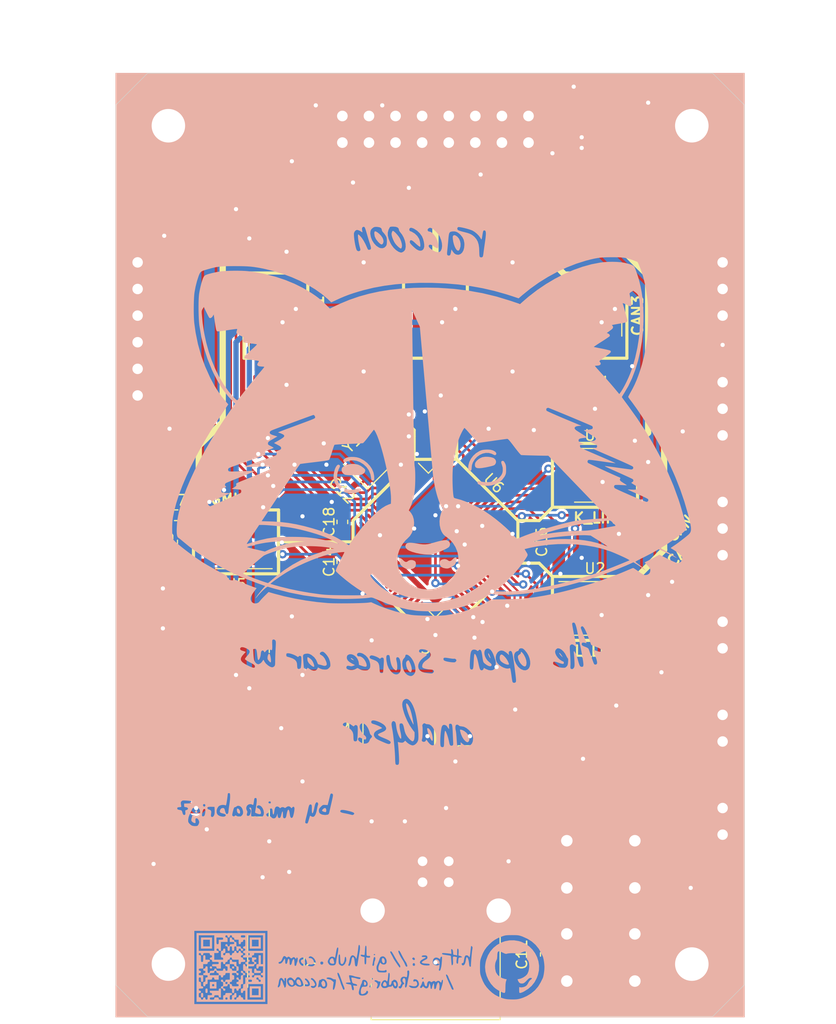
<source format=kicad_pcb>
(kicad_pcb (version 20210424) (generator pcbnew)
  (layers (0 "F.Cu" signal) (31 "B.Cu" signal) (34 "B.Paste" user) (35 "F.Paste" user) (36 "B.SilkS" user "B.Silkscreen") (37 "F.SilkS" user "F.Silkscreen") (38 "B.Mask" user) (39 "F.Mask" user) (44 "Edge.Cuts" user))
  (net 0 "")
  (net 1 "+12V")
  (net 2 "GND")
  (net 3 "+5V")
  (net 4 "+3V3")
  (net 5 "Net-(C10-Pad1)")
  (net 6 "Net-(C12-Pad1)")
  (net 7 "Net-(D1-Pad2)")
  (net 8 "Net-(F1-Pad2)")
  (net 9 "Net-(J1-Pad3)")
  (net 10 "Net-(J1-Pad2)")
  (net 11 "/CAN1L")
  (net 12 "/CAN1H")
  (net 13 "/K_LIN")
  (net 14 "/CAN2L")
  (net 15 "/CAN2H")
  (net 16 "/L_LIN")
  (net 17 "/CAN3L")
  (net 18 "/CAN3H")
  (net 19 "/IGNITION")
  (net 20 "/GMLAN")
  (net 21 "Net-(Q1-Pad3)")
  (net 22 "/USB_DP")
  (net 23 "/USB_DN")
  (net 24 "Net-(R3-Pad2)")
  (net 25 "/LED_RED")
  (net 26 "/LED_GREEN")
  (net 27 "/LED_BLUE")
  (net 28 "/~RST~")
  (net 29 "/BOOT")
  (net 30 "/K_LIN_TX")
  (net 31 "/K_LIN_EN")
  (net 32 "/K_LIN_RX")
  (net 33 "/L_LIN_TX")
  (net 34 "/L_LIN_EN")
  (net 35 "/L_LIN_RX")
  (net 36 "/GMLAN_RX")
  (net 37 "/GMLAN_MODE1")
  (net 38 "/GMLAN_MODE0")
  (net 39 "/GMLAN_TX")
  (net 40 "/CAN1_TX")
  (net 41 "/CAN1_RX")
  (net 42 "/CAN2_TX")
  (net 43 "/CAN2_RX")
  (net 44 "/CAN3_TX")
  (net 45 "/CAN3_RX")
  (net 46 "/~CAN3_EN~")
  (net 47 "/~CAN1_EN~")
  (net 48 "/~CAN2_EN~")
  (net 49 "Net-(C13-Pad2)")
  (net 50 "/SWDIO")
  (net 51 "Net-(D2-Pad3)")
  (net 52 "Net-(D2-Pad2)")
  (net 53 "Net-(D2-Pad1)")
  (net 54 "Net-(D3-Pad2)")
  (net 55 "Net-(D4-Pad2)")
  (footprint "Capacitor_SMD:C_0805_2012Metric" (layer "F.Cu") (at 151.13 115.57 90)
    (fp_text reference "C3")
    (fp_text value "10u")
  )
  (footprint "Capacitor_SMD:C_0805_2012Metric" (layer "F.Cu") (at 118.11 118.11 180)
    (fp_text reference "C4")
    (fp_text value "10u")
  )
  (footprint "Capacitor_SMD:C_0805_2012Metric" (layer "F.Cu") (at 118.11 107.95 180)
    (fp_text reference "C5")
    (fp_text value "10u")
  )
  (footprint "Capacitor_SMD:C_0805_2012Metric" (layer "F.Cu") (at 125.73 58.42 180)
    (fp_text reference "C6")
    (fp_text value "10u")
  )
  (footprint "Capacitor_SMD:C_0805_2012Metric" (layer "F.Cu") (at 118.11 113.03 180)
    (fp_text reference "C8")
    (fp_text value "10u")
  )
  (footprint "Capacitor_SMD:C_0805_2012Metric" (layer "F.Cu") (at 118.11 102.87 180)
    (fp_text reference "C9")
    (fp_text value "10u")
  )
  (footprint "Capacitor_SMD:C_0603_1608Metric" (layer "F.Cu") (at 128.27 76.2)
    (fp_text reference "C19")
    (fp_text value "100n")
  )
  (footprint "Capacitor_SMD:C_0603_1608Metric" (layer "F.Cu") (at 143.51 76.2)
    (fp_text reference "C20")
    (fp_text value "100n")
  )
  (footprint "Capacitor_SMD:C_0603_1608Metric" (layer "F.Cu") (at 158.75 76.2)
    (fp_text reference "C21")
    (fp_text value "100n")
  )
  (footprint "Diode_SMD:D_SMA" (layer "F.Cu") (at 147.32 115.57 -90)
    (fp_text reference "D1")
    (fp_text value "D_Schottky")
  )
  (footprint "Connector_USB:USB_B_OST_USB-B1HSxx_Horizontal" (layer "F.Cu") (at 144.78 123.19 -90)
    (fp_text reference "J1")
    (fp_text value "USB_B")
  )
  (footprint "Connector_PinHeader_2.54mm:PinHeader_1x03_P2.54mm_Vertical" (layer "F.Cu") (at 170.942 88.9)
    (fp_text reference "J2")
    (fp_text value "Conn_01x03")
  )
  (footprint "Connector_PinHeader_2.54mm:PinHeader_1x02_P2.54mm_Vertical" (layer "F.Cu") (at 170.942 100.33)
    (fp_text reference "J3")
    (fp_text value "Conn_01x02")
  )
  (footprint "Connector_PinHeader_2.54mm:PinHeader_1x03_P2.54mm_Vertical" (layer "F.Cu") (at 170.942 77.47)
    (fp_text reference "J4")
    (fp_text value "Conn_01x03")
  )
  (footprint "Connector_PinHeader_2.54mm:PinHeader_1x02_P2.54mm_Vertical" (layer "F.Cu") (at 170.942 109.22)
    (fp_text reference "J5")
    (fp_text value "Conn_01x02")
  )
  (footprint "raccoon:IDC-Header_2x08_P2.54mm_Vertical" (layer "F.Cu") (at 152.4 52.07 -90)
    (fp_text reference "J6")
    (fp_text value "Conn_02x08_Top_Bottom")
  )
  (footprint "Connector_PinHeader_2.54mm:PinHeader_1x02_P2.54mm_Vertical" (layer "F.Cu") (at 170.942 118.11)
    (fp_text reference "J8")
    (fp_text value "Conn_01x02")
  )
  (footprint "Package_TO_SOT_SMD:SOT-23" (layer "F.Cu") (at 130.81 60.96 -90)
    (fp_text reference "Q1")
    (fp_text value "Q_NMOS_GSD")
  )
  (footprint "Package_SO:SOIC-8_3.9x4.9mm_P1.27mm" (layer "F.Cu") (at 158.75 86.36)
    (fp_text reference "U1")
    (fp_text value "TJA1027T")
  )
  (footprint "Package_TO_SOT_SMD:SOT-223-3_TabPin2" (layer "F.Cu") (at 125.73 115.57)
    (fp_text reference "U3")
    (fp_text value "AMS1117-5.0")
  )
  (footprint "Package_TO_SOT_SMD:SOT-223-3_TabPin2" (layer "F.Cu") (at 125.73 105.41)
    (fp_text reference "U4")
    (fp_text value "AMS1117-3.3")
  )
  (footprint "Package_SO:SOIC-8_3.9x4.9mm_P1.27mm" (layer "F.Cu") (at 128.27 71.12 90)
    (fp_text reference "U7")
    (fp_text value "TJA1042T-3")
  )
  (footprint "Package_SO:SOIC-8_3.9x4.9mm_P1.27mm" (layer "F.Cu") (at 143.51 71.12 90)
    (fp_text reference "U8")
    (fp_text value "TJA1042T-3")
  )
  (footprint "Package_SO:SOIC-8_3.9x4.9mm_P1.27mm" (layer "F.Cu") (at 158.75 71.12 90)
    (fp_text reference "U9")
    (fp_text value "TJA1042T-3")
  )
  (footprint "Package_SO:SOIC-8_3.9x4.9mm_P1.27mm" (layer "F.Cu") (at 158.75 99.06)
    (fp_text reference "U2")
    (fp_text value "TJA1027T")
  )
  (footprint "Fuse:Fuse_1812_4532Metric" (layer "F.Cu") (at 125.73 53.34 90)
    (fp_text reference "F1")
    (fp_text value "2.6A")
  )
  (footprint "Button_Switch_THT:SW_PUSH_6mm_H8mm" (layer "F.Cu") (at 162.56 134.62 180)
    (fp_text reference "SW1")
    (fp_text value "SW_SPST")
  )
  (footprint "Capacitor_SMD:C_0603_1608Metric" (layer "F.Cu") (at 134.62 90.805 -90)
    (fp_text reference "C18")
    (fp_text value "100n")
  )
  (footprint "Capacitor_SMD:C_0402_1005Metric" (layer "F.Cu") (at 135.404796 86.967433 135)
    (fp_text reference "C12")
    (fp_text value "10p")
  )
  (footprint "Capacitor_SMD:C_0603_1608Metric" (layer "F.Cu") (at 141.605 101.6 180)
    (fp_text reference "C13")
    (fp_text value "4.7u")
  )
  (footprint "Capacitor_SMD:C_0603_1608Metric" (layer "F.Cu") (at 145.415 101.6)
    (fp_text reference "C15")
    (fp_text value "100n")
  )
  (footprint "MountingHole:MountingHole_3.2mm_M3" (layer "F.Cu") (at 118 53)
    (fp_text reference "REF**" hide)
    (fp_text value "MountingHole_3.2mm_M3")
  )
  (footprint "MountingHole:MountingHole_3.2mm_M3" (layer "F.Cu") (at 168 53)
    (fp_text reference "REF**" hide)
    (fp_text value "MountingHole_3.2mm_M3")
  )
  (footprint "MountingHole:MountingHole_3.2mm_M3" (layer "F.Cu") (at 118 133)
    (fp_text reference "REF**" hide)
    (fp_text value "MountingHole_3.2mm_M3")
  )
  (footprint "Resistor_SMD:R_0603_1608Metric" (layer "F.Cu") (at 125.73 127 90)
    (fp_text reference "R7")
    (fp_text value "100")
  )
  (footprint "Resistor_SMD:R_0603_1608Metric" (layer "F.Cu") (at 130.81 127 90)
    (fp_text reference "R5")
    (fp_text value "100")
  )
  (footprint "Resistor_SMD:R_0603_1608Metric" (layer "F.Cu") (at 128.27 127 90)
    (fp_text reference "R6")
    (fp_text value "100")
  )
  (footprint "Capacitor_SMD:C_0603_1608Metric" (layer "F.Cu") (at 153.035 132.08 -90)
    (fp_text reference "C11")
    (fp_text value "100n")
  )
  (footprint "Connector_PinHeader_2.54mm:PinHeader_1x06_P2.54mm_Vertical" (layer "F.Cu") (at 115.062 78.74 180)
    (fp_text reference "J9")
    (fp_text value "Conn_01x06")
  )
  (footprint "Capacitor_SMD:C_0603_1608Metric" (layer "F.Cu") (at 152.4 92.71 90)
    (fp_text reference "C16")
    (fp_text value "100n")
  )
  (footprint "Package_QFP:LQFP-64_10x10mm_P0.5mm" (layer "F.Cu") (at 143.51 92.71 -45)
    (fp_text reference "U6")
    (fp_text value "STM32F413RGTx")
  )
  (footprint "Capacitor_SMD:C_0603_1608Metric" (layer "F.Cu") (at 143.51 83.82 180)
    (fp_text reference "C17")
    (fp_text value "100n")
  )
  (footprint "Package_SO:SOIC-8_3.9x4.9mm_P1.27mm" (layer "F.Cu") (at 124.46 92.71 180)
    (fp_text reference "U5")
    (fp_text value "NCV7356")
  )
  (footprint "Resistor_SMD:R_0603_1608Metric" (layer "F.Cu") (at 119.38 92.71 90)
    (fp_text reference "R3")
    (fp_text value "6.2k")
  )
  (footprint "Capacitor_SMD:C_0603_1608Metric" (layer "F.Cu") (at 134.62 94.615 90)
    (fp_text reference "C14")
    (fp_text value "100n")
  )
  (footprint "MountingHole:MountingHole_3.2mm_M3" (layer "F.Cu") (at 168 133)
    (fp_text reference "REF**" hide)
    (fp_text value "MountingHole_3.2mm_M3")
  )
  (footprint "Button_Switch_THT:SW_PUSH_6mm_H8mm" (layer "F.Cu") (at 162.56 125.73 180)
    (fp_text reference "SW2")
    (fp_text value "SW_SPST")
  )
  (footprint "Capacitor_SMD:C_0603_1608Metric" (layer "F.Cu") (at 163.83 87.63 90)
    (fp_text reference "C1")
    (fp_text value "100n")
  )
  (footprint "Capacitor_SMD:C_0603_1608Metric" (layer "F.Cu") (at 118.745 90.17)
    (fp_text reference "C7")
    (fp_text value "100n")
  )
  (footprint "Resistor_SMD:R_0603_1608Metric" (layer "F.Cu") (at 139.7 116.84 90)
    (fp_text reference "R2")
    (fp_text value "22")
  )
  (footprint "Resistor_SMD:R_0603_1608Metric" (layer "F.Cu") (at 141.351 116.84 -90)
    (fp_text reference "R1")
    (fp_text value "22")
  )
  (footprint "Resistor_SMD:R_0603_1608Metric" (layer "F.Cu") (at 159.385 118.11)
    (fp_text reference "R4")
    (fp_text value "10k")
  )
  (footprint "Capacitor_SMD:C_0603_1608Metric" (layer "F.Cu") (at 163.83 100.33 90)
    (fp_text reference "C2")
    (fp_text value "100n")
  )
  (footprint "Crystal:Crystal_SMD_3225-4Pin_3.2x2.5mm" (layer "F.Cu") (at 137.300847 85.071382 45)
    (fp_text reference "Y1")
    (fp_text value "16MHz")
  )
  (footprint "Capacitor_SMD:C_0402_1005Metric" (layer "F.Cu") (at 139.196899 83.175331 -45)
    (fp_text reference "C10")
    (fp_text value "10p")
  )
  (footprint "Connector_PinHeader_2.54mm:PinHeader_1x03_P2.54mm_Vertical" (layer "F.Cu") (at 170.942 66.04)
    (fp_text reference "J7")
    (fp_text value "Conn_01x03")
  )
  (footprint "LED_SMD:LED_RGB_5050-6" (layer "F.Cu") (at 128.27 132.715 -90)
    (fp_text reference "D2")
    (fp_text value "LED_RGB")
  )
  (footprint "Resistor_SMD:R_0603_1608Metric" (layer "F.Cu") (at 119.38 58.42 -90)
    (fp_text reference "R9")
    (fp_text value "4.7k")
  )
  (footprint "LED_SMD:LED_0603_1608Metric_Castellated" (layer "F.Cu") (at 116.84 58.445 -90)
    (fp_text reference "D4")
    (fp_text value "RED")
  )
  (footprint "Resistor_SMD:R_0603_1608Metric" (layer "F.Cu") (at 133.35 110.49 90)
    (fp_text reference "R8")
    (fp_text value "820")
  )
  (footprint "LED_SMD:LED_0603_1608Metric_Castellated" (layer "F.Cu") (at 135.9025 110.49 90)
    (fp_text reference "D3")
    (fp_text value "GREEN")
  )
  (footprint "raccoon:raccoon" (layer "B.Cu") (at 143 93 180)
    (fp_text reference "G***" hide)
    (fp_text value "LOGO" hide)
  )
  (gr_line (start 153.416 94.742) (end 154.686 96.012) (layer "F.SilkS") (width 0.3))
  (gr_line (start 128.524 95.758) (end 128.524 89.662) (layer "F.SilkS") (width 0.3))
  (gr_line (start 162.814 102.108) (end 162.814 96.012) (layer "F.SilkS") (width 0.3))
  (gr_line (start 146.558 67.056) (end 140.462 67.056) (layer "F.SilkS") (width 0.3))
  (gr_line (start 120.904 83.566) (end 123.19 81.28) (layer "F.SilkS") (width 0.6))
  (gr_line (start 155.702 67.056) (end 148.59 59.944) (layer "F.SilkS") (width 0.6))
  (gr_line (start 138.43 59.944) (end 138.43 57.785) (layer "F.SilkS") (width 0.6))
  (gr_line (start 125.222 75.184) (end 131.318 75.184) (layer "F.SilkS") (width 0.3))
  (gr_line (start 128.524 95.504) (end 128.524 89.916) (layer "F.SilkS") (width 0.3))
  (gr_line (start 145.542 100.584) (end 141.478 100.584) (layer "F.SilkS") (width 0.3))
  (gr_line (start 140.462 67.056) (end 140.462 75.184) (layer "F.SilkS") (width 0.3))
  (gr_line (start 128.524 89.662) (end 120.396 89.662) (layer "F.SilkS") (width 0.3))
  (gr_line (start 123.19 65.278) (end 130.81 57.658) (layer "F.SilkS") (width 0.6))
  (gr_line (start 137.16 77.724) (end 133.858 77.724) (layer "F.SilkS") (width 0.3))
  (gr_line (start 154.686 96.012) (end 154.686 102.108) (layer "F.SilkS") (width 0.3))
  (gr_line (start 123.19 81.28) (end 123.19 65.278) (layer "F.SilkS") (width 0.6))
  (gr_line (start 125.222 67.056) (end 125.222 75.184) (layer "F.SilkS") (width 0.3))
  (gr_line (start 143.51 66.802) (end 143.51 57.785) (layer "F.SilkS") (width 0.6))
  (gr_line (start 120.904 89.408) (end 120.904 83.566) (layer "F.SilkS") (width 0.6))
  (gr_line (start 145.542 82.042) (end 149.86 77.724) (layer "F.SilkS") (width 0.3))
  (gr_line (start 165.354 66.802) (end 165.354 93.472) (layer "F.SilkS") (width 0.6))
  (gr_line (start 151.384 90.678) (end 153.416 90.678) (layer "F.SilkS") (width 0.3))
  (gr_line (start 131.318 67.056) (end 125.222 67.056) (layer "F.SilkS") (width 0.3))
  (gr_line (start 131.318 67.056) (end 138.43 59.944) (layer "F.SilkS") (width 0.6))
  (gr_line (start 135.636 92.71) (end 128.524 92.71) (layer "F.SilkS") (width 0.3))
  (gr_line (start 153.162 77.724) (end 155.702 75.184) (layer "F.SilkS") (width 0.3))
  (gr_rect (start 140.97 48.665) (end 146.05 49.53) (layer "F.SilkS") (width 0.12) (fill solid))
  (gr_line (start 131.318 75.184) (end 131.318 67.056) (layer "F.SilkS") (width 0.3))
  (gr_line (start 141.478 100.584) (end 135.636 94.742) (layer "F.SilkS") (width 0.3))
  (gr_line (start 163.83 67.31) (end 154.305 57.785) (layer "F.SilkS") (width 0.6))
  (gr_line (start 151.384 90.678) (end 151.384 94.742) (layer "F.SilkS") (width 0.3))
  (gr_line (start 151.384 94.742) (end 145.542 100.584) (layer "F.SilkS") (width 0.3))
  (gr_line (start 143.53 121.59) (end 143.51 100.584) (layer "F.SilkS") (width 0.3))
  (gr_line (start 120.396 89.662) (end 120.396 95.758) (layer "F.SilkS") (width 0.3))
  (gr_line (start 141.478 84.836) (end 141.478 82.042) (layer "F.SilkS") (width 0.3))
  (gr_line (start 154.686 89.408) (end 162.814 89.408) (layer "F.SilkS") (width 0.3))
  (gr_rect (start 149.69 121.59) (end 137.37 121.92) (layer "F.SilkS") (width 0.12) (fill solid))
  (gr_line (start 145.542 84.836) (end 151.384 90.678) (layer "F.SilkS") (width 0.3))
  (gr_line (start 148.59 59.944) (end 148.59 57.785) (layer "F.SilkS") (width 0.6))
  (gr_line (start 162.814 96.012) (end 154.686 96.012) (layer "F.SilkS") (width 0.3))
  (gr_line (start 153.416 90.678) (end 154.686 89.408) (layer "F.SilkS") (width 0.3))
  (gr_line (start 141.478 84.836) (end 145.542 84.836) (layer "F.SilkS") (width 0.3))
  (gr_line (start 156.21 57.658) (end 165.354 66.802) (layer "F.SilkS") (width 0.6))
  (gr_line (start 163.83 82.296) (end 162.814 83.312) (layer "F.SilkS") (width 0.6))
  (gr_line (start 154.686 83.312) (end 154.686 89.408) (layer "F.SilkS") (width 0.3))
  (gr_line (start 151.384 94.742) (end 153.416 94.742) (layer "F.SilkS") (width 0.3))
  (gr_line (start 155.702 67.056) (end 155.702 75.184) (layer "F.SilkS") (width 0.3))
  (gr_line (start 135.636 94.742) (end 135.636 90.678) (layer "F.SilkS") (width 0.3))
  (gr_line (start 162.814 89.408) (end 162.814 83.312) (layer "F.SilkS") (width 0.3))
  (gr_line (start 135.636 90.678) (end 141.478 84.836) (layer "F.SilkS") (width 0.3))
  (gr_line (start 131.318 75.184) (end 133.858 77.724) (layer "F.SilkS") (width 0.3))
  (gr_line (start 120.396 95.758) (end 128.524 95.758) (layer "F.SilkS") (width 0.3))
  (gr_line (start 154.686 102.108) (end 162.814 102.108) (layer "F.SilkS") (width 0.3))
  (gr_line (start 143.51 84.836) (end 143.51 75.184) (layer "F.SilkS") (width 0.3))
  (gr_line (start 141.478 82.042) (end 137.16 77.724) (layer "F.SilkS") (width 0.3))
  (gr_line (start 140.462 75.184) (end 146.558 75.184) (layer "F.SilkS") (width 0.3))
  (gr_rect (start 129.27 57.277) (end 157.75 58.015) (layer "F.SilkS") (width 0.12) (fill solid))
  (gr_line (start 162.814 83.312) (end 154.686 83.312) (layer "F.SilkS") (width 0.3))
  (gr_line (start 149.86 77.724) (end 153.162 77.724) (layer "F.SilkS") (width 0.3))
  (gr_line (start 155.702 75.184) (end 161.798 75.184) (layer "F.SilkS") (width 0.3))
  (gr_line (start 163.83 82.296) (end 163.83 67.31) (layer "F.SilkS") (width 0.6))
  (gr_line (start 161.798 75.184) (end 161.798 67.056) (layer "F.SilkS") (width 0.3))
  (gr_line (start 146.558 75.184) (end 146.558 67.056) (layer "F.SilkS") (width 0.3))
  (gr_line (start 161.798 67.056) (end 155.702 67.056) (layer "F.SilkS") (width 0.3))
  (gr_line (start 162.814 96.012) (end 165.354 93.472) (layer "F.SilkS") (width 0.6))
  (gr_line (start 145.542 84.836) (end 145.542 82.042) (layer "F.SilkS") (width 0.3))
  (gr_line (start 116 48) (end 170 48) (layer "Edge.Cuts") (width 0.05))
  (gr_line (start 170 138) (end 116 138) (layer "Edge.Cuts") (width 0.05))
  (gr_line (start 170 138) (end 173 135) (layer "Edge.Cuts") (width 0.05))
  (gr_line (start 113 51) (end 113 135) (layer "Edge.Cuts") (width 0.05))
  (gr_line (start 113 135) (end 116 138) (layer "Edge.Cuts") (width 0.05))
  (gr_line (start 113 51) (end 116 48) (layer "Edge.Cuts") (width 0.05))
  (gr_line (start 170 48) (end 173 51) (layer "Edge.Cuts") (width 0.05))
  (gr_line (start 173 51) (end 173 135) (layer "Edge.Cuts") (width 0.05))
  (gr_text "~RST~" (at 117.094 68.58 -45) (layer "F.SilkS") (effects (font (size 1 1) (thickness 0.2)) (justify left)))
  (gr_text "GND" (at 116.967 73.66 -45) (layer "F.SilkS") (effects (font (size 1 1) (thickness 0.2)) (justify left)))
  (gr_text "RESET" (at 159.31 136.525) (layer "F.SilkS") (effects (font (size 1 1) (thickness 0.2))))
  (gr_text "GND" (at 169.545 111.76 45) (layer "F.SilkS") (effects (font (size 1 1) (thickness 0.2)) (justify right)))
  (gr_text "K_LIN" (at 169.418 100.33 45) (layer "F.SilkS") (effects (font (size 1 1) (thickness 0.2)) (justify right)))
  (gr_text "CAR\nBATTERY" (at 118.11 61.595) (layer "F.SilkS") (effects (font (size 1 1) (thickness 0.2))))
  (gr_text "GND" (at 169.545 82.55 45) (layer "F.SilkS") (effects (font (size 1 1) (thickness 0.2)) (justify right)))
  (gr_text "CAN1" (at 132.334 71.12 90) (layer "F.SilkS") (effects (font (size 1 1) (thickness 0.2))))
  (gr_text "GND" (at 169.545 120.65 45) (layer "F.SilkS") (effects (font (size 1 1) (thickness 0.2)) (justify right)))
  (gr_text "+3V3" (at 116.967 78.74 -45) (layer "F.SilkS") (effects (font (size 1 1) (thickness 0.2)) (justify left)))
  (gr_text "CAN2H" (at 169.418 77.47 45) (layer "F.SilkS") (effects (font (size 1 1) (thickness 0.2)) (justify right)))
  (gr_text "BOOT" (at 159.31 127.635) (layer "F.SilkS") (effects (font (size 1 1) (thickness 0.2))))
  (gr_text "L_LIN" (at 158.75 103.124) (layer "F.SilkS") (effects (font (size 1 1) (thickness 0.2))))
  (gr_text "GMLAN" (at 124.46 88.646) (layer "F.SilkS") (effects (font (size 1 1) (thickness 0.2))))
  (gr_text "CAN3H" (at 169.418 66.04 45) (layer "F.SilkS") (effects (font (size 1 1) (thickness 0.2)) (justify right)))
  (gr_text "GMLAN" (at 169.418 118.11 45) (layer "F.SilkS") (effects (font (size 1 1) (thickness 0.2)) (justify right)))
  (gr_text "CAN2" (at 147.574 71.12 90) (layer "F.SilkS") (effects (font (size 1 1) (thickness 0.2))))
  (gr_text "GND" (at 169.545 93.98 45) (layer "F.SilkS") (effects (font (size 1 1) (thickness 0.2)) (justify right)))
  (gr_text "POWER" (at 133.985 113.665) (layer "F.SilkS") (effects (font (size 1 1) (thickness 0.2))))
  (gr_text "CAN2L" (at 169.291 80.01 45) (layer "F.SilkS") (effects (font (size 1 1) (thickness 0.2)) (justify right)))
  (gr_text "GND" (at 169.545 71.12 45) (layer "F.SilkS") (effects (font (size 1 1) (thickness 0.2)) (justify right)))
  (gr_text "CAN3L" (at 169.291 68.58 45) (layer "F.SilkS") (effects (font (size 1 1) (thickness 0.2)) (justify right)))
  (gr_text "CAN3" (at 162.814 71.12 90) (layer "F.SilkS") (effects (font (size 1 1) (thickness 0.2))))
  (gr_text "SWO" (at 117.094 66.04 -45) (layer "F.SilkS") (effects (font (size 1 1) (thickness 0.2)) (justify left)))
  (gr_text "SWCLK" (at 117.094 76.2 -45) (layer "F.SilkS") (effects (font (size 1 1) (thickness 0.2)) (justify left)))
  (gr_text "GND" (at 169.545 102.87 45) (layer "F.SilkS") (effects (font (size 1 1) (thickness 0.2)) (justify right)))
  (gr_text "SWDIO" (at 117.094 71.12 -45) (layer "F.SilkS") (effects (font (size 1 1) (thickness 0.2)) (justify left)))
  (gr_text "K_LIN" (at 158.75 90.424) (layer "F.SilkS") (effects (font (size 1 1) (thickness 0.2))))
  (gr_text "L_LIN" (at 169.418 109.22 45) (layer "F.SilkS") (effects (font (size 1 1) (thickness 0.2)) (justify right)))
  (gr_text "CAN1H" (at 169.418 88.9 45) (layer "F.SilkS") (effects (font (size 1 1) (thickness 0.2)) (justify right)))
  (gr_text "CAN1L" (at 169.291 91.44 45) (layer "F.SilkS") (effects (font (size 1 1) (thickness 0.2)) (justify right)))
  (segment (start 121.92 90.74) (end 121.92 88.9) (width 1.016) (layer "F.Cu") (net 1))
  (segment (start 163.83 97.79) (end 163.83 99.5425) (width 1.016) (layer "F.Cu") (net 1))
  (segment (start 124.7925 58.42) (end 124.7925 56.415) (width 1.016) (layer "F.Cu") (net 1))
  (segment (start 119.0475 118.11) (end 122.34 118.11) (width 1.016) (layer "F.Cu") (net 1))
  (segment (start 163.195 85.725) (end 161.225 85.725) (width 1.016) (layer "F.Cu") (net 1))
  (segment (start 124.7925 56.415) (end 125.73 55.4775) (width 1.016) (layer "F.Cu") (net 1))
  (segment (start 124.7925 60.6275) (end 124.46 60.96) (width 1.016) (layer "F.Cu") (net 1))
  (segment (start 121.985 90.805) (end 121.92 90.74) (width 1.016) (layer "F.Cu") (net 1))
  (segment (start 124.7925 58.42) (end 124.7925 60.6275) (width 1.016) (layer "F.Cu") (net 1))
  (segment (start 124.7925 58.42) (end 120.65 58.42) (width 1.016) (layer "F.Cu") (net 1))
  (segment (start 163.83 85.09) (end 163.83 86.8425) (width 1.016) (layer "F.Cu") (net 1))
  (segment (start 122.34 118.11) (end 122.58 117.87) (width 1.016) (layer "F.Cu") (net 1))
  (segment (start 119.8625 57.6325) (end 119.38 57.6325) (width 1.016) (layer "F.Cu") (net 1))
  (segment (start 163.83 85.09) (end 163.195 85.725) (width 1.016) (layer "F.Cu") (net 1))
  (segment (start 121.985 90.805) (end 120.1675 90.805) (width 1.016) (layer "F.Cu") (net 1))
  (segment (start 120.65 58.42) (end 119.8625 57.6325) (width 1.016) (layer "F.Cu") (net 1))
  (segment (start 120.1675 90.805) (end 119.5325 90.17) (width 1.016) (layer "F.Cu") (net 1))
  (segment (start 163.83 97.79) (end 163.195 98.425) (width 1.016) (layer "F.Cu") (net 1))
  (segment (start 163.195 98.425) (end 161.225 98.425) (width 1.016) (layer "F.Cu") (net 1))
  (via (at 163.83 97.79) (size 0.8) (drill 0.4) (layers "F.Cu" "B.Cu") (net 1))
  (via (at 163.83 85.09) (size 0.8) (drill 0.4) (layers "F.Cu" "B.Cu") (net 1))
  (via (at 120.65 118.11) (size 0.8) (drill 0.4) (layers "F.Cu" "B.Cu") (net 1))
  (via (at 121.92 88.9) (size 0.8) (drill 0.4) (layers "F.Cu" "B.Cu") (net 1))
  (via (at 124.46 60.96) (size 0.8) (drill 0.4) (layers "F.Cu" "B.Cu") (net 1))
  (segment (start 121.92 63.5) (end 121.92 116.84) (width 1.016) (layer "B.Cu") (net 1))
  (segment (start 124.46 60.96) (end 121.92 63.5) (width 1.016) (layer "B.Cu") (net 1))
  (segment (start 155.575 60.96) (end 163.83 69.215) (width 1.016) (layer "B.Cu") (net 1))
  (segment (start 121.92 116.84) (end 120.65 118.11) (width 1.016) (layer "B.Cu") (net 1))
  (segment (start 124.46 60.96) (end 155.575 60.96) (width 1.016) (layer "B.Cu") (net 1))
  (segment (start 163.83 69.215) (end 163.83 85.09) (width 1.016) (layer "B.Cu") (net 1))
  (segment (start 163.83 85.09) (end 163.83 97.79) (width 1.016) (layer "B.Cu") (net 1))
  (segment (start 151.13 95.25) (end 150.646194 95.25) (width 0.254) (layer "F.Cu") (net 2))
  (segment (start 137.199072 94.424734) (end 137.795537 93.828269) (width 0.254) (layer "F.Cu") (net 2))
  (segment (start 143.51 88.113806) (end 145.224734 86.399072) (width 0.254) (layer "F.Cu") (net 2))
  (segment (start 151.13 95.25) (end 151.638 94.742) (width 0.254) (layer "F.Cu") (net 2))
  (segment (start 144.99239 103.124) (end 146.2025 101.91389) (width 0.254) (layer "F.Cu") (net 2))
  (segment (start 137.795537 93.828269) (end 137.795537 93.462719) (width 0.254) (layer "F.Cu") (net 2))
  (segment (start 137.795537 93.462719) (end 135.925318 91.5925) (width 0.254) (layer "F.Cu") (net 2))
  (segment (start 150.646194 95.25) (end 149.820928 94.424734) (width 0.254) (layer "F.Cu") (net 2))
  (segment (start 141.0208 100.1776) (end 141.0208 99.795394) (width 0.25) (layer "F.Cu") (net 2))
  (segment (start 142.3924 100.4316) (end 142.748 100.076) (width 0.25) (layer "F.Cu") (net 2))
  (segment (start 127.4825 76.6825) (end 128.524 77.724) (width 0.254) (layer "F.Cu") (net 2))
  (segment (start 141.2748 100.4316) (end 142.3924 100.4316) (width 0.25) (layer "F.Cu") (net 2))
  (segment (start 127.4825 76.2) (end 127.4825 76.6825) (width 0.254) (layer "F.Cu") (net 2))
  (segment (start 137.446616 89.154) (end 133.858 89.154) (width 0.254) (layer "F.Cu") (net 2))
  (segment (start 138.259732 89.934606) (end 138.227222 89.934606) (width 0.254) (layer "F.Cu") (net 2))
  (segment (start 133.858 89.154) (end 133.604 88.9) (width 0.254) (layer "F.Cu") (net 2))
  (segment (start 138.43 103.124) (end 144.99239 103.124) (width 0.254) (layer "F.Cu") (net 2))
  (segment (start 128.524 77.724) (end 129.286 77.724) (width 0.254) (layer "F.Cu") (net 2))
  (segment (start 146.2025 101.91389) (end 146.2025 101.6) (width 0.254) (layer "F.Cu") (net 2))
  (segment (start 135.925318 91.5925) (end 134.62 91.5925) (width 0.254) (layer "F.Cu") (net 2))
  (segment (start 151.638 94.742) (end 152.4 94.742) (width 0.254) (layer "F.Cu") (net 2))
  (segment (start 141.0208 99.795394) (end 141.795266 99.020928) (width 0.25) (layer "F.Cu") (net 2))
  (segment (start 138.227222 89.934606) (end 137.446616 89.154) (width 0.254) (layer "F.Cu") (net 2))
  (segment (start 141.2748 100.4316) (end 141.0208 100.1776) (width 0.25) (layer "F.Cu") (net 2))
  (segment (start 137.414 102.108) (end 138.43 103.124) (width 0.254) (layer "F.Cu") (net 2))
  (segment (start 143.51 90.17) (end 143.51 88.113806) (width 0.254) (layer "F.Cu") (net 2))
  (via (at 143.51 132.842) (size 0.8) (drill 0.4) (layers "F.Cu" "B.Cu") (net 2))
  (via (at 152.4 94.742) (size 0.8) (drill 0.4) (layers "F.Cu" "B.Cu") (net 2))
  (via (at 144.018 78.74) (size 0.8) (drill 0.4) (layers "F.Cu" "B.Cu") (net 2))
  (via (at 150.876 66.04) (size 0.8) (drill 0.4) (layers "F.Cu" "B.Cu") (net 2))
  (via (at 132.842 83.312) (size 0.8) (drill 0.4) (layers "F.Cu" "B.Cu") (net 2))
  (via (at 167.132 82.169) (size 0.8) (drill 0.4) (layers "F.Cu" "B.Cu") (net 2))
  (via (at 130.81 90.2716) (size 0.8) (drill 0.4) (layers "F.Cu" "B.Cu") (net 2))
  (via (at 150.368 98.806) (size 0.8) (drill 0.4) (layers "F.Cu" "B.Cu") (net 2))
  (via (at 136.5504 97.6376) (size 0.8) (drill 0.4) (layers "F.Cu" "B.Cu") (net 2))
  (via (at 167.894 125.73) (size 0.8) (drill 0.4) (layers "F.Cu" "B.Cu") (net 2))
  (via (at 152.908 82.042) (size 0.8) (drill 0.4) (layers "F.Cu" "B.Cu") (net 2))
  (via (at 165.1 105.156) (size 0.8) (drill 0.4) (layers "F.Cu" "B.Cu") (net 2))
  (via (at 162.306 75.946) (size 0.8) (drill 0.4) (layers "F.Cu" "B.Cu") (net 2))
  (via (at 136.652 76.454) (size 0.8) (drill 0.4) (layers "F.Cu" "B.Cu") (net 2))
  (via (at 125.73 63.754) (size 0.8) (drill 0.4) (layers "F.Cu" "B.Cu") (net 2))
  (via (at 142.748 111.252) (size 0.8) (drill 0.4) (layers "F.Cu" "B.Cu") (net 2))
  (via (at 158.75 80.01) (size 0.8) (drill 0.4) (layers "F.Cu" "B.Cu") (net 2))
  (via (at 146.812 111.252) (size 0.8) (drill 0.4) (layers "F.Cu" "B.Cu") (net 2))
  (via (at 163.83 50.8) (size 0.8) (drill 0.4) (layers "F.Cu" "B.Cu") (net 2))
  (via (at 160.782 108.331) (size 0.8) (drill 0.4) (layers "F.Cu" "B.Cu") (net 2))
  (via (at 117.602 63.5) (size 0.8) (drill 0.4) (layers "F.Cu" "B.Cu") (net 2))
  (via (at 166.116 96.52) (size 0.8) (drill 0.4) (layers "F.Cu" "B.Cu") (net 2))
  (via (at 129.794 99.822) (size 0.8) (drill 0.4) (layers "F.Cu" "B.Cu") (net 2))
  (via (at 127 124.714) (size 0.8) (drill 0.4) (layers "F.Cu" "B.Cu") (net 2))
  (via (at 129.286 65.024) (size 0.8) (drill 0.4) (layers "F.Cu" "B.Cu") (net 2))
  (via (at 157.607 113.411) (size 0.8) (drill 0.4) (layers "F.Cu" "B.Cu") (net 2))
  (via (at 151.13 108.712) (size 0.8) (drill 0.4) (layers "F.Cu" "B.Cu") (net 2))
  (via (at 116.586 123.444) (size 0.8) (drill 0.4) (layers "F.Cu" "B.Cu") (net 2))
  (via (at 150.876 76.454) (size 0.8) (drill 0.4) (layers "F.Cu" "B.Cu") (net 2))
  (via (at 149.352 104.648) (size 0.8) (drill 0.4) (layers "F.Cu" "B.Cu") (net 2))
  (via (at 117.475 97.155) (size 0.8) (drill 0.4) (layers "F.Cu" "B.Cu") (net 2))
  (via (at 128.778 110.49) (size 0.8) (drill 0.4) (layers "F.Cu" "B.Cu") (net 2))
  (via (at 129.54 124.206) (size 0.8) (drill 0.4) (layers "F.Cu" "B.Cu") (net 2))
  (via (at 136.652 66.04) (size 0.8) (drill 0.4) (layers "F.Cu" "B.Cu") (net 2))
  (via (at 118.11 81.915) (size 0.8) (drill 0.4) (layers "F.Cu" "B.Cu") (net 2))
  (via (at 133.604 88.9) (size 0.8) (drill 0.4) (layers "F.Cu" "B.Cu") (net 2))
  (via (at 133.096 85.344) (size 0.8) (drill 0.4) (layers "F.Cu" "B.Cu") (net 2))
  (via (at 132.08 51.054) (size 0.8) (drill 0.4) (layers "F.Cu" "B.Cu") (net 2))
  (via (at 129.794 56.388) (size 0.8) (drill 0.4) (layers "F.Cu" "B.Cu") (net 2))
  (via (at 162.56 83.058) (size 0.8) (drill 0.4) (layers "F.Cu" "B.Cu") (net 2))
  (via (at 161.036 91.948) (size 0.8) (drill 0.4) (layers "F.Cu" "B.Cu") (net 2))
  (via (at 155.448 95.758) (size 0.8) (drill 0.4) (layers "F.Cu" "B.Cu") (net 2))
  (via (at 157.48 94.234) (size 0.8) (drill 0.4) (layers "F.Cu" "B.Cu") (net 2))
  (via (at 137.414 102.108) (size 0.8) (drill 0.4) (layers "F.Cu" "B.Cu") (net 2))
  (via (at 142.494 80.264) (size 0.8) (drill 0.4) (layers "F.Cu" "B.Cu") (net 2))
  (via (at 141.732 84.328) (size 0.8) (drill 0.4) (layers "F.Cu" "B.Cu") (net 2))
  (via (at 147.828 57.658) (size 0.8) (drill 0.4) (layers "F.Cu" "B.Cu") (net 2))
  (via (at 170.942 73.914) (size 0.8) (drill 0.4) (layers "F.Cu" "B.Cu") (net 2))
  (via (at 140.97 58.928) (size 0.8) (drill 0.4) (layers "F.Cu" "B.Cu") (net 2))
  (via (at 154.686 55.626) (size 0.8) (drill 0.4) (layers "F.Cu" "B.Cu") (net 2))
  (via (at 135.636 58.42) (size 0.8) (drill 0.4) (layers "F.Cu" "B.Cu") (net 2))
  (via (at 150.876 91.948) (size 0.8) (drill 0.4) (layers "F.Cu" "B.Cu") (net 2))
  (via (at 121.666 120.142) (size 0.8) (drill 0.4) (layers "F.Cu" "B.Cu") (net 2))
  (via (at 137.414 119.38) (size 0.8) (drill 0.4) (layers "F.Cu" "B.Cu") (net 2))
  (via (at 144.526 118.11) (size 0.8) (drill 0.4) (layers "F.Cu" "B.Cu") (net 2))
  (via (at 140.208 85.344) (size 0.8) (drill 0.4) (layers "F.Cu" "B.Cu") (net 2))
  (via (at 146.304 92.964) (size 0.8) (drill 0.4) (layers "F.Cu" "B.Cu") (net 2))
  (via (at 129.286 77.724) (size 0.8) (drill 0.4) (layers "F.Cu" "B.Cu") (net 2))
  (via (at 127.508 82.804) (size 0.8) (drill 0.4) (layers "F.Cu" "B.Cu") (net 2))
  (via (at 140.589 119.38) (size 0.8) (drill 0.4) (layers "F.Cu" "B.Cu") (net 2))
  (via (at 147.9804 91.186) (size 0.8) (drill 0.4) (layers "F.Cu" "B.Cu") (net 2))
  (via (at 142.748 100.076) (size 0.8) (drill 0.4) (layers "F.Cu" "B.Cu") (net 2))
  (via (at 143.51 90.17) (size 0.8) (drill 0.4) (layers "F.Cu" "B.Cu") (net 2))
  (via (at 127.0508 89.408) (size 0.8) (drill 0.4) (layers "F.Cu" "B.Cu") (net 2))
  (via (at 123.317 87.757) (size 0.8) (drill 0.4) (layers "F.Cu" "B.Cu") (net 2))
  (via (at 141.478 91.44) (size 0.8) (drill 0.4) (layers "F.Cu" "B.Cu") (net 2))
  (via (at 130.048 85.344) (size 0.8) (drill 0.4) (layers "F.Cu" "B.Cu") (net 2))
  (segment (start 128.905 73.595) (end 128.905 76.0475) (width 0.508) (layer "F.Cu") (net 3))
  (segment (start 133.35 113.03) (end 133.35 111.2775) (width 0.508) (layer "F.Cu") (net 3))
  (segment (start 159.385 73.595) (end 159.385 76.0475) (width 0.508) (layer "F.Cu") (net 3))
  (segment (start 122.58 107.71) (end 124.7 107.71) (width 0.508) (layer "F.Cu") (net 3))
  (segment (start 144.145 73.595) (end 144.145 76.0475) (width 0.508) (layer "F.Cu") (net 3))
  (segment (start 124.7 107.71) (end 125.73 106.68) (width 0.508) (layer "F.Cu") (net 3))
  (segment (start 144.145 76.0475) (end 144.2975 76.2) (width 0.508) (layer "F.Cu") (net 3))
  (segment (start 128.905 76.0475) (end 129.0575 76.2) (width 0.508) (layer "F.Cu") (net 3))
  (segment (start 122.34 107.95) (end 122.58 107.71) (width 0.508) (layer "F.Cu") (net 3))
  (segment (start 119.0475 107.95) (end 122.34 107.95) (width 0.508) (layer "F.Cu") (net 3))
  (segment (start 122.58 115.57) (end 121.5875 115.57) (width 0.508) (layer "F.Cu") (net 3))
  (segment (start 119.0475 113.03) (end 119.0475 107.95) (width 0.508) (layer "F.Cu") (net 3))
  (segment (start 159.385 71.755) (end 159.385 73.595) (width 0.508) (layer "F.Cu") (net 3))
  (segment (start 128.88 115.57) (end 122.58 115.57) (width 0.508) (layer "F.Cu") (net 3))
  (segment (start 128.905 71.755) (end 128.905 73.595) (width 0.508) (layer "F.Cu") (net 3))
  (segment (start 145.51 113.57) (end 145.415 113.665) (width 0.508) (layer "F.Cu") (net 3))
  (segment (start 147.32 113.57) (end 150.0675 113.57) (width 0.508) (layer "F.Cu") (net 3))
  (segment (start 150.0675 113.57) (end 151.13 114.6325) (width 0.508) (layer "F.Cu") (net 3))
  (segment (start 130.81 115.57) (end 128.88 115.57) (width 0.508) (layer "F.Cu") (net 3))
  (segment (start 147.32 113.57) (end 145.51 113.57) (width 0.508) (layer "F.Cu") (net 3))
  (segment (start 121.5875 115.57) (end 119.0475 113.03) (width 0.508) (layer "F.Cu") (net 3))
  (segment (start 144.145 71.755) (end 144.145 73.595) (width 0.508) (layer "F.Cu") (net 3))
  (segment (start 159.385 76.0475) (end 159.5375 76.2) (width 0.508) (layer "F.Cu") (net 3))
  (segment (start 130.81 115.57) (end 133.35 113.03) (width 0.508) (layer "F.Cu") (net 3))
  (via (at 125.73 106.68) (size 0.8) (drill 0.4) (layers "F.Cu" "B.Cu") (net 3))
  (via (at 128.905 71.755) (size 0.8) (drill 0.4) (layers "F.Cu" "B.Cu") (net 3))
  (via (at 130.81 115.57) (size 0.8) (drill 0.4) (layers "F.Cu" "B.Cu") (net 3))
  (via (at 144.145 71.755) (size 0.8) (drill 0.4) (layers "F.Cu" "B.Cu") (net 3))
  (via (at 145.415 113.665) (size 0.8) (drill 0.4) (layers "F.Cu" "B.Cu") (net 3))
  (via (at 159.385 71.755) (size 0.8) (drill 0.4) (layers "F.Cu" "B.Cu") (net 3))
  (segment (start 145.415 113.665) (end 143.51 113.665) (width 0.508) (layer "B.Cu") (net 3))
  (segment (start 128.27 71.755) (end 128.905 71.755) (width 0.508) (layer "B.Cu") (net 3))
  (segment (start 125.73 106.68) (end 125.73 74.295) (width 0.508) (layer "B.Cu") (net 3))
  (segment (start 143.51 113.665) (end 141.605 115.57) (width 0.508) (layer "B.Cu") (net 3))
  (segment (start 128.905 71.755) (end 144.145 71.755) (width 0.508) (layer "B.Cu") (net 3))
  (segment (start 141.605 115.57) (end 130.81 115.57) (width 0.508) (layer "B.Cu") (net 3))
  (segment (start 144.145 71.755) (end 159.385 71.755) (width 0.508) (layer "B.Cu") (net 3))
  (segment (start 125.73 74.295) (end 128.27 71.755) (width 0.508) (layer "B.Cu") (net 3))
  (segment (start 139.05802 91.44) (end 137.906179 90.288159) (width 0.254) (layer "F.Cu") (net 4))
  (segment (start 125.095 105.41) (end 128.88 105.41) (width 0.508) (layer "F.Cu") (net 4))
  (segment (start 137.309715 89.691695) (end 137.906179 90.288159) (width 0.254) (layer "F.Cu") (net 4))
  (segment (start 134.62 90.0175) (end 134.945805 89.691695) (width 0.254) (layer "F.Cu") (net 4))
  (segment (start 128.88 105.41) (end 130.81 105.41) (width 0.508) (layer "F.Cu") (net 4))
  (segment (start 134.62 95.4025) (end 136.928412 95.4025) (width 0.254) (layer "F.Cu") (net 4))
  (segment (start 147.32 94.615) (end 148.59 93.345) (width 0.508) (layer "F.Cu") (net 4))
  (segment (start 143.51 98.425) (end 139.065 93.98) (width 0.508) (layer "F.Cu") (net 4))
  (segment (start 150.748162 93.4975) (end 150.248028 93.997634) (width 0.508) (layer "F.Cu") (net 4))
  (segment (start 152.4 93.4975) (end 150.748162 93.4975) (width 0.508) (layer "F.Cu") (net 4))
  (segment (start 144.6275 100.1775) (end 144.6275 101.6) (width 0.508) (layer "F.Cu") (net 4))
  (segment (start 130.175 70.485) (end 130.175 68.645) (width 0.508) (layer "F.Cu") (net 4))
  (segment (start 149.4483 93.345) (end 150.174481 94.071181) (width 0.254) (layer "F.Cu") (net 4))
  (segment (start 142.4633 99.06) (end 142.148819 99.374481) (width 0.254) (layer "F.Cu") (net 4))
  (segment (start 134.945805 89.691695) (end 137.309715 89.691695) (width 0.254) (layer "F.Cu") (net 4))
  (segment (start 119.0475 102.5375) (end 117.475 100.965) (width 0.508) (layer "F.Cu") (net 4))
  (segment (start 143.51 99.06) (end 144.6275 100.1775) (width 0.508) (layer "F.Cu") (net 4))
  (segment (start 143.51 86.995) (end 143.51 86.614) (width 0.508) (layer "F.Cu") (net 4))
  (segment (start 136.928412 95.4025) (end 137.552625 94.778287) (width 0.254) (layer "F.Cu") (net 4))
  (segment (start 143.51 98.425) (end 147.32 94.615) (width 0.508) (layer "F.Cu") (net 4))
  (segment (start 148.59 93.345) (end 149.225 93.345) (width 0.508) (layer "F.Cu") (net 4))
  (segment (start 138.318402 93.98) (end 139.065 93.98) (width 0.254) (layer "F.Cu") (net 4))
  (segment (start 143.51 98.425) (end 143.51 99.06) (width 0.508) (layer "F.Cu") (net 4))
  (segment (start 144.3027 86.614) (end 144.871181 86.045519) (width 0.254) (layer "F.Cu") (net 4))
  (segment (start 139.065 91.44) (end 139.05802 91.44) (width 0.254) (layer "F.Cu") (net 4))
  (segment (start 143.51 86.614) (end 144.3027 86.614) (width 0.254) (layer "F.Cu") (net 4))
  (segment (start 143.51 84.6075) (end 144.2975 83.82) (width 0.508) (layer "F.Cu") (net 4))
  (segment (start 145.415 70.485) (end 145.415 68.645) (width 0.508) (layer "F.Cu") (net 4))
  (segment (start 149.225 93.345) (end 149.4483 93.345) (width 0.254) (layer "F.Cu") (net 4))
  (segment (start 125.095 105.41) (end 124.46 105.41) (width 0.508) (layer "F.Cu") (net 4))
  (segment (start 121.5875 105.41) (end 119.0475 102.87) (width 0.508) (layer "F.Cu") (net 4))
  (segment (start 119.0475 102.87) (end 119.0475 102.5375) (width 0.508) (layer "F.Cu") (net 4))
  (segment (start 143.51 99.06) (end 142.4633 99.06) (width 0.254) (layer "F.Cu") (net 4))
  (segment (start 143.51 86.36) (end 143.51 84.6075) (width 0.508) (layer "F.Cu") (net 4))
  (segment (start 139.065 91.44) (end 143.51 86.995) (width 0.508) (layer "F.Cu") (net 4))
  (segment (start 143.51 86.614) (end 143.51 86.36) (width 0.508) (layer "F.Cu") (net 4))
  (segment (start 137.552625 94.745777) (end 138.318402 93.98) (width 0.254) (layer "F.Cu") (net 4))
  (segment (start 160.655 70.485) (end 160.655 68.645) (width 0.508) (layer "F.Cu") (net 4))
  (segment (start 137.552625 94.778287) (end 137.552625 94.745777) (width 0.254) (layer "F.Cu") (net 4))
  (segment (start 139.065 93.98) (end 139.065 91.44) (width 0.508) (layer "F.Cu") (net 4))
  (segment (start 144.6275 101.6) (end 143.51 101.6) (width 0.508) (layer "F.Cu") (net 4))
  (segment (start 122.58 105.41) (end 125.095 105.41) (width 0.508) (layer "F.Cu") (net 4))
  (segment (start 122.58 105.41) (end 121.5875 105.41) (width 0.508) (layer "F.Cu") (net 4))
  (via (at 130.81 105.41) (size 0.8) (drill 0.4) (layers "F.Cu" "B.Cu") (net 4))
  (via (at 130.175 70.485) (size 0.8) (drill 0.4) (layers "F.Cu" "B.Cu") (net 4))
  (via (at 124.46 105.41) (size 0.8) (drill 0.4) (layers "F.Cu" "B.Cu") (net 4))
  (via (at 145.415 70.485) (size 0.8) (drill 0.4) (layers "F.Cu" "B.Cu") (net 4))
  (via (at 160.655 70.485) (size 0.8) (drill 0.4) (layers "F.Cu" "B.Cu") (net 4))
  (via (at 117.475 100.965) (size 0.8) (drill 0.4) (layers "F.Cu" "B.Cu") (net 4))
  (via (at 143.51 101.6) (size 0.8) (drill 0.4) (layers "F.Cu" "B.Cu") (net 4))
  (segment (start 127.635 70.485) (end 130.175 70.485) (width 0.508) (layer "B.Cu") (net 4))
  (segment (start 143.51 105.41) (end 149.225 111.125) (width 0.508) (layer "B.Cu") (net 4))
  (segment (start 145.415 70.485) (end 130.175 70.485) (width 0.508) (layer "B.Cu") (net 4))
  (segment (start 145.415 70.485) (end 160.655 70.485) (width 0.508) (layer "B.Cu") (net 4))
  (segment (start 115.57 78.74) (end 115.57 99.06) (width 0.508) (layer "B.Cu") (net 4))
  (segment (start 149.225 118.895) (end 156.06 125.73) (width 0.508) (layer "B.Cu") (net 4))
  (segment (start 124.46 73.66) (end 127.635 70.485) (width 0.508) (layer "B.Cu") (net 4))
  (segment (start 149.225 111.125) (end 149.225 118.895) (width 0.508) (layer "B.Cu") (net 4))
  (segment (start 124.46 105.41) (end 124.46 73.66) (width 0.508) (layer "B.Cu") (net 4))
  (segment (start 162.56 125.73) (end 156.06 125.73) (width 0.508) (layer "B.Cu") (net 4))
  (segment (start 115.57 99.06) (end 117.475 100.965) (width 0.508) (layer "B.Cu") (net 4))
  (segment (start 143.51 105.41) (end 143.51 101.6) (width 0.508) (layer "B.Cu") (net 4))
  (segment (start 130.81 105.41) (end 143.51 105.41) (width 0.508) (layer "B.Cu") (net 4))
  (segment (start 137.477624 83.692524) (end 136.982649 84.187499) (width 0.254) (layer "F.Cu") (net 5))
  (segment (start 140.734606 87.427222) (end 140.734606 87.459732) (width 0.254) (layer "F.Cu") (net 5))
  (segment (start 138.692686 86.36) (end 139.667384 86.36) (width 0.254) (layer "F.Cu") (net 5))
  (segment (start 139.667384 86.36) (end 140.734606 87.427222) (width 0.254) (layer "F.Cu") (net 5))
  (segment (start 138.853952 82.832384) (end 138.337764 82.832384) (width 0.254) (layer "F.Cu") (net 5))
  (segment (start 136.982649 84.649963) (end 138.692686 86.36) (width 0.254) (layer "F.Cu") (net 5))
  (segment (start 138.337764 82.832384) (end 137.477624 83.692524) (width 0.254) (layer "F.Cu") (net 5))
  (segment (start 136.982649 84.187499) (end 136.982649 84.649963) (width 0.254) (layer "F.Cu") (net 5))
  (segment (start 136.26393 87.31038) (end 137.12407 86.45024) (width 0.254) (layer "F.Cu") (net 6))
  (segment (start 137.66883 86.995) (end 137.12407 86.45024) (width 0.254) (layer "F.Cu") (net 6))
  (segment (start 135.747743 87.31038) (end 136.26393 87.31038) (width 0.254) (layer "F.Cu") (net 6))
  (segment (start 140.381052 87.813286) (end 139.562766 86.995) (width 0.254) (layer "F.Cu") (net 6))
  (segment (start 139.562766 86.995) (end 137.66883 86.995) (width 0.254) (layer "F.Cu") (net 6))
  (segment (start 147.32 120.65) (end 144.78 123.19) (width 0.508) (layer "F.Cu") (net 7))
  (segment (start 147.32 117.57) (end 147.32 120.65) (width 0.508) (layer "F.Cu") (net 7))
  (segment (start 128.6725 51.2025) (end 132.08 54.61) (width 1.016) (layer "F.Cu") (net 8))
  (segment (start 132.08 54.61) (end 134.62 54.61) (width 1.016) (layer "F.Cu") (net 8))
  (segment (start 125.73 51.2025) (end 128.6725 51.2025) (width 1.016) (layer "F.Cu") (net 8))
  (segment (start 143.51 122.555) (end 143.51 123.96) (width 0.25) (layer "F.Cu") (net 9))
  (segment (start 141.351 117.6275) (end 141.351 120.396) (width 0.254) (layer "F.Cu") (net 9))
  (segment (start 143.51 123.96) (end 142.28 125.19) (width 0.25) (layer "F.Cu") (net 9))
  (segment (start 141.351 120.396) (end 143.51 122.555) (width 0.254) (layer "F.Cu") (net 9))
  (segment (start 139.7 120.61) (end 142.28 123.19) (width 0.254) (layer "F.Cu") (net 10))
  (segment (start 139.7 117.6275) (end 139.7 120.61) (width 0.254) (layer "F.Cu") (net 10))
  (segment (start 142.28 123.19) (end 142.28 123.15) (width 0.254) (layer "F.Cu") (net 10))
  (segment (start 128.905 67.67) (end 139.7 56.875) (width 0.254) (layer "F.Cu") (net 11))
  (segment (start 128.905 68.645) (end 128.905 67.67) (width 0.254) (layer "F.Cu") (net 11))
  (segment (start 139.7 56.875) (end 139.7 54.61) (width 0.254) (layer "F.Cu") (net 11))
  (segment (start 169.545 90.043) (end 170.942 91.44) (width 0.254) (layer "B.Cu") (net 11))
  (segment (start 139.7 54.61) (end 144.59901 59.50901) (width 0.254) (layer "B.Cu") (net 11))
  (segment (start 165.28099 83.880364) (end 169.545 88.144374) (width 0.254) (layer "B.Cu") (net 11))
  (segment (start 144.59901 59.50901) (end 156.656944 59.50901) (width 0.254) (layer "B.Cu") (net 11))
  (segment (start 169.545 88.144374) (end 169.545 90.043) (width 0.254) (layer "B.Cu") (net 11))
  (segment (start 170.18 91.44) (end 170.942 91.44) (width 0.254) (layer "B.Cu") (net 11))
  (segment (start 165.28099 68.133056) (end 165.28099 83.880364) (width 0.254) (layer "B.Cu") (net 11))
  (segment (start 156.656944 59.50901) (end 165.28099 68.133056) (width 0.254) (layer "B.Cu") (net 11))
  (segment (start 127.635 67.67) (end 128.08901 67.21599) (width 0.254) (layer "F.Cu") (net 12))
  (segment (start 138.509399 57.423535) (end 138.509399 53.260601) (width 0.254) (layer "F.Cu") (net 12))
  (segment (start 138.509399 53.260601) (end 139.7 52.07) (width 0.254) (layer "F.Cu") (net 12))
  (segment (start 128.716944 67.21599) (end 138.509399 57.423535) (width 0.254) (layer "F.Cu") (net 12))
  (segment (start 128.08901 67.21599) (end 128.716944 67.21599) (width 0.254) (layer "F.Cu") (net 12))
  (segment (start 127.635 68.645) (end 127.635 67.67) (width 0.254) (layer "F.Cu") (net 12))
  (segment (start 141.049399 53.419399) (end 141.049399 55.317333) (width 0.254) (layer "B.Cu") (net 12))
  (segment (start 165.735 67.945) (end 165.735 83.693) (width 0.254) (layer "B.Cu") (net 12))
  (segment (start 165.735 83.693) (end 170.942 88.9) (width 0.254) (layer "B.Cu") (net 12))
  (segment (start 141.049399 55.317333) (end 144.787066 59.055) (width 0.254) (layer "B.Cu") (net 12))
  (segment (start 156.845 59.055) (end 165.735 67.945) (width 0.254) (layer "B.Cu") (net 12))
  (segment (start 139.7 52.07) (end 141.049399 53.419399) (width 0.254) (layer "B.Cu") (net 12))
  (segment (start 144.787066 59.055) (end 156.845 59.055) (width 0.254) (layer "B.Cu") (net 12))
  (segment (start 156.718 49.276) (end 169.418 61.976) (width 0.254) (layer "F.Cu") (net 13))
  (segment (start 169.418 98.806) (end 170.942 100.33) (width 0.254) (layer "F.Cu") (net 13))
  (segment (start 169.418 61.976) (end 169.418 98.806) (width 0.254) (layer "F.Cu") (net 13))
  (segment (start 161.225 86.995) (end 159.477 86.995) (width 0.254) (layer "F.Cu") (net 13))
  (segment (start 170.18 100.33) (end 170.942 100.33) (width 0.254) (layer "F.Cu") (net 13))
  (via (at 159.477 86.995) (size 0.8) (drill 0.4) (layers "F.Cu" "B.Cu") (net 13))
  (via (at 156.718 49.276) (size 0.8) (drill 0.4) (layers "F.Cu" "B.Cu") (net 13))
  (segment (start 137.16 52.07) (end 137.16 50.546) (width 0.254) (layer "B.Cu") (net 13))
  (segment (start 163.83 100.33) (end 170.942 100.33) (width 0.254) (layer "B.Cu") (net 13))
  (segment (start 156.21 48.768) (end 156.718 49.276) (width 0.254) (layer "B.Cu") (net 13))
  (segment (start 159.477 95.977) (end 163.83 100.33) (width 0.254) (layer "B.Cu") (net 13))
  (segment (start 138.938 48.768) (end 155.956 48.768) (width 0.254) (layer "B.Cu") (net 13))
  (segment (start 137.16 50.546) (end 138.938 48.768) (width 0.254) (layer "B.Cu") (net 13))
  (segment (start 155.956 48.768) (end 156.21 48.768) (width 0.254) (layer "B.Cu") (net 13))
  (segment (start 159.477 86.995) (end 159.477 95.977) (width 0.254) (layer "B.Cu") (net 13))
  (segment (start 144.145 68.645) (end 144.145 58.42) (width 0.254) (layer "F.Cu") (net 14))
  (segment (start 144.145 58.42) (end 147.32 55.245) (width 0.254) (layer "F.Cu") (net 14))
  (segment (start 147.32 55.245) (end 147.32 54.61) (width 0.254) (layer "F.Cu") (net 14))
  (segment (start 169.545 76.714374) (end 169.545 78.613) (width 0.254) (layer "B.Cu") (net 14))
  (segment (start 147.32 54.61) (end 147.32 54.617067) (width 0.254) (layer "B.Cu") (net 14))
  (segment (start 150.487933 57.785) (end 158.743626 57.785) (width 0.254) (layer "B.Cu") (net 14))
  (segment (start 147.32 54.61) (end 147.32 54.617066) (width 0.254) (layer "B.Cu") (net 14))
  (segment (start 169.545 78.613) (end 170.942 80.01) (width 0.254) (layer "B.Cu") (net 14))
  (segment (start 170.18 80.01) (end 170.942 80.01) (width 0.254) (layer "B.Cu") (net 14))
  (segment (start 167.005 74.174374) (end 169.545 76.714374) (width 0.254) (layer "B.Cu") (net 14))
  (segment (start 158.743626 57.785) (end 167.005 66.046374) (width 0.254) (layer "B.Cu") (net 14))
  (segment (start 167.005 66.046374) (end 167.005 74.174374) (width 0.254) (layer "B.Cu") (net 14))
  (segment (start 147.32 54.617067) (end 150.487933 57.785) (width 0.254) (layer "B.Cu") (net 14))
  (segment (start 142.875 68.645) (end 142.875 67.49099) (width 0.254) (layer "F.Cu") (net 15))
  (segment (start 142.875 67.49099) (end 143.69099 66.675) (width 0.254) (layer "F.Cu") (net 15))
  (segment (start 143.956944 57.96599) (end 146.129399 55.793535) (width 0.254) (layer "F.Cu") (net 15))
  (segment (start 146.129399 53.260601) (end 147.32 52.07) (width 0.254) (layer "F.Cu") (net 15))
  (segment (start 143.69099 58.231943) (end 143.956944 57.96599) (width 0.254) (layer "F.Cu") (net 15))
  (segment (start 146.129399 55.793535) (end 146.129399 53.260601) (width 0.254) (layer "F.Cu") (net 15))
  (segment (start 143.69099 66.675) (end 143.69099 58.231943) (width 0.254) (layer "F.Cu") (net 15))
  (segment (start 148.510601 53.260601) (end 148.510601 55.165601) (width 0.254) (layer "B.Cu") (net 15))
  (segment (start 148.510601 55.165601) (end 150.675989 57.33099) (width 0.254) (layer "B.Cu") (net 15))
  (segment (start 150.675989 57.33099) (end 158.93099 57.33099) (width 0.254) (layer "B.Cu") (net 15))
  (segment (start 158.93099 57.33099) (end 167.45901 65.85901) (width 0.254) (layer "B.Cu") (net 15))
  (segment (start 167.45901 65.85901) (end 167.45901 73.98701) (width 0.254) (layer "B.Cu") (net 15))
  (segment (start 147.32 52.07) (end 148.510601 53.260601) (width 0.254) (layer "B.Cu") (net 15))
  (segment (start 167.45901 73.98701) (end 170.942 77.47) (width 0.254) (layer "B.Cu") (net 15))
  (segment (start 138.43 51.054) (end 140.208 49.276) (width 0.254) (layer "F.Cu") (net 16))
  (segment (start 154.686 49.276) (end 168.148 62.738) (width 0.254) (layer "F.Cu") (net 16))
  (segment (start 168.148 106.426) (end 170.942 109.22) (width 0.254) (layer "F.Cu") (net 16))
  (segment (start 140.208 49.276) (end 154.686 49.276) (width 0.254) (layer "F.Cu") (net 16))
  (segment (start 168.148 62.738) (end 168.148 106.426) (width 0.254) (layer "F.Cu") (net 16))
  (segment (start 170.18 109.22) (end 170.942 109.22) (width 0.254) (layer "F.Cu") (net 16))
  (segment (start 161.225 99.695) (end 159.385 99.695) (width 0.254) (layer "F.Cu") (net 16))
  (via (at 138.43 51.054) (size 0.8) (drill 0.4) (layers "F.Cu" "B.Cu") (net 16))
  (via (at 159.385 99.695) (size 0.8) (drill 0.4) (layers "F.Cu" "B.Cu") (net 16))
  (segment (start 163.83 109.22) (end 170.942 109.22) (width 0.254) (layer "B.Cu") (net 16))
  (segment (start 137.16 54.61) (end 138.43 53.34) (width 0.254) (layer "B.Cu") (net 16))
  (segment (start 138.43 53.34) (end 138.43 51.054) (width 0.254) (layer "B.Cu") (net 16))
  (segment (start 159.385 99.695) (end 159.385 104.775) (width 0.254) (layer "B.Cu") (net 16))
  (segment (start 159.385 104.775) (end 163.83 109.22) (width 0.254) (layer "B.Cu") (net 16))
  (segment (start 159.385 67.67) (end 158.56901 66.85401) (width 0.254) (layer "F.Cu") (net 17))
  (segment (start 144.74192 50.34599) (end 153.633859 50.345991) (width 0.254) (layer "F.Cu") (net 17))
  (segment (start 143.589399 53.260601) (end 143.589399 51.498511) (width 0.254) (layer "F.Cu") (net 17))
  (segment (start 158.56901 66.85401) (end 158.56901 55.131048) (width 0.254) (layer "F.Cu") (net 17))
  (segment (start 157.389868 54.102) (end 157.48 54.102) (width 0.254) (layer "F.Cu") (net 17))
  (segment (start 143.589399 51.498511) (end 144.74192 50.34599) (width 0.254) (layer "F.Cu") (net 17))
  (segment (start 142.24 54.61) (end 143.589399 53.260601) (width 0.254) (layer "F.Cu") (net 17))
  (segment (start 158.56901 55.131048) (end 157.539962 54.102) (width 0.254) (layer "F.Cu") (net 17))
  (segment (start 153.633859 50.345991) (end 157.389868 54.102) (width 0.254) (layer "F.Cu") (net 17))
  (segment (start 157.539962 54.102) (end 157.48 54.102) (width 0.254) (layer "F.Cu") (net 17))
  (segment (start 159.385 68.645) (end 159.385 67.67) (width 0.254) (layer "F.Cu") (net 17))
  (via (at 157.48 54.102) (size 0.8) (drill 0.4) (layers "F.Cu" "B.Cu") (net 17))
  (segment (start 157.166038 55.88) (end 160.140626 55.88) (width 0.254) (layer "B.Cu") (net 17))
  (segment (start 157.48 54.102) (end 157.420038 54.102) (width 0.254) (layer "B.Cu") (net 17))
  (segment (start 170.18 68.58) (end 170.942 68.58) (width 0.254) (layer "B.Cu") (net 17))
  (segment (start 157.420038 54.102) (end 156.752999 54.769039) (width 0.254) (layer "B.Cu") (net 17))
  (segment (start 169.545 65.284374) (end 169.545 67.183) (width 0.254) (layer "B.Cu") (net 17))
  (segment (start 160.140626 55.88) (end 169.545 65.284374) (width 0.254) (layer "B.Cu") (net 17))
  (segment (start 156.752999 54.769039) (end 156.752999 55.466961) (width 0.254) (layer "B.Cu") (net 17))
  (segment (start 169.545 67.183) (end 170.942 68.58) (width 0.254) (layer "B.Cu") (net 17))
  (segment (start 156.752999 55.466961) (end 157.166038 55.88) (width 0.254) (layer "B.Cu") (net 17))
  (segment (start 144.78 53.83209) (end 146.129399 52.482691) (width 0.254) (layer "F.Cu") (net 18))
  (segment (start 153.445802 50.8) (end 156.752999 54.107197) (width 0.254) (layer "F.Cu") (net 18))
  (segment (start 158.115 55.753) (end 157.48 55.118) (width 0.254) (layer "F.Cu") (net 18))
  (segment (start 146.129399 51.498511) (end 146.82791 50.8) (width 0.254) (layer "F.Cu") (net 18))
  (segment (start 156.752999 54.450961) (end 157.420038 55.118) (width 0.254) (layer "F.Cu") (net 18))
  (segment (start 156.752999 54.107197) (end 156.752999 54.450961) (width 0.254) (layer "F.Cu") (net 18))
  (segment (start 144.78 54.61) (end 144.78 53.83209) (width 0.254) (layer "F.Cu") (net 18))
  (segment (start 146.82791 50.8) (end 153.445802 50.8) (width 0.254) (layer "F.Cu") (net 18))
  (segment (start 158.115 68.645) (end 158.115 55.753) (width 0.254) (layer "F.Cu") (net 18))
  (segment (start 157.420038 55.118) (end 157.48 55.118) (width 0.254) (layer "F.Cu") (net 18))
  (segment (start 146.129399 52.482691) (end 146.129399 51.498511) (width 0.254) (layer "F.Cu") (net 18))
  (via (at 157.48 55.118) (size 0.8) (drill 0.4) (layers "F.Cu" "B.Cu") (net 18))
  (segment (start 160.02 55.118) (end 170.942 66.04) (width 0.254) (layer "B.Cu") (net 18))
  (segment (start 157.48 55.118) (end 160.02 55.118) (width 0.254) (layer "B.Cu") (net 18))
  (segment (start 134.62 52.07) (end 135.969399 53.419399) (width 0.254) (layer "F.Cu") (net 19))
  (segment (start 135.969399 53.419399) (end 135.969399 55.750601) (width 0.254) (layer "F.Cu") (net 19))
  (segment (start 135.969399 55.750601) (end 131.76 59.96) (width 0.254) (layer "F.Cu") (net 19))
  (segment (start 118.11 121.285) (end 127.635 121.285) (width 0.254) (layer "F.Cu") (net 20))
  (segment (start 119.5325 93.345) (end 119.38 93.4975) (width 0.254) (layer "F.Cu") (net 20))
  (segment (start 115.57 97.3075) (end 119.38 93.4975) (width 0.254) (layer "F.Cu") (net 20))
  (segment (start 121.985 93.345) (end 119.5325 93.345) (width 0.254) (layer "F.Cu") (net 20))
  (segment (start 165.862 123.19) (end 170.942 118.11) (width 0.254) (layer "F.Cu") (net 20))
  (segment (start 115.57 118.745) (end 115.57 97.3075) (width 0.254) (layer "F.Cu") (net 20))
  (segment (start 115.57 118.745) (end 118.11 121.285) (width 0.254) (layer "F.Cu") (net 20))
  (segment (start 150.495 123.19) (end 165.862 123.19) (width 0.254) (layer "F.Cu") (net 20))
  (via (at 150.495 123.19) (size 0.8) (drill 0.4) (layers "F.Cu" "B.Cu") (net 20))
  (via (at 127.635 121.285) (size 0.8) (drill 0.4) (layers "F.Cu" "B.Cu") (net 20))
  (segment (start 152.4 52.07) (end 159.258 52.07) (width 0.254) (layer "B.Cu") (net 20))
  (segment (start 159.258 52.07) (end 172.212 65.024) (width 0.254) (layer "B.Cu") (net 20))
  (segment (start 127.635 121.285) (end 148.59 121.285) (width 0.254) (layer "B.Cu") (net 20))
  (segment (start 148.59 121.285) (end 150.495 123.19) (width 0.254) (layer "B.Cu") (net 20))
  (segment (start 172.212 65.024) (end 172.212 116.84) (width 0.254) (layer "B.Cu") (net 20))
  (segment (start 172.212 116.84) (end 170.942 118.11) (width 0.254) (layer "B.Cu") (net 20))
  (segment (start 137.199072 90.995266) (end 136.500806 90.297) (width 0.254) (layer "F.Cu") (net 21))
  (segment (start 133.417763 90.237763) (end 133.417763 89.789) (width 0.254) (layer "F.Cu") (net 21))
  (segment (start 124.46 68.072) (end 130.572 61.96) (width 0.254) (layer "F.Cu") (net 21))
  (segment (start 135.763 90.297) (end 135.23201 90.82799) (width 0.254) (layer "F.Cu") (net 21))
  (segment (start 130.572 61.96) (end 130.81 61.96) (width 0.254) (layer "F.Cu") (net 21))
  (segment (start 135.23201 90.82799) (end 134.00799 90.82799) (width 0.254) (layer "F.Cu") (net 21))
  (segment (start 124.46 80.831237) (end 124.46 68.072) (width 0.254) (layer "F.Cu") (net 21))
  (segment (start 134.00799 90.82799) (end 133.417763 90.237763) (width 0.254) (layer "F.Cu") (net 21))
  (segment (start 133.417763 89.789) (end 124.46 80.831237) (width 0.254) (layer "F.Cu") (net 21))
  (segment (start 136.500806 90.297) (end 135.763 90.297) (width 0.254) (layer "F.Cu") (net 21))
  (segment (start 141.351 114.554) (end 141.351 116.0525) (width 0.2) (layer "F.Cu") (net 22))
  (segment (start 149.113821 95.131841) (end 151.638 97.65602) (width 0.2) (layer "F.Cu") (net 22))
  (segment (start 151.638 104.267) (end 141.351 114.554) (width 0.2) (layer "F.Cu") (net 22))
  (segment (start 151.638 97.65602) (end 151.638 104.267) (width 0.2) (layer "F.Cu") (net 22))
  (segment (start 151.638 97.65602) (end 151.638 99.695) (width 0.2) (layer "F.Cu") (net 22))
  (segment (start 139.7 115.335277) (end 139.7 116.0525) (width 0.2) (layer "F.Cu") (net 23))
  (segment (start 148.760268 95.485394) (end 151.067511 97.792637) (width 0.2) (layer "F.Cu") (net 23))
  (segment (start 151.067511 97.792637) (end 151.067511 103.967766) (width 0.2) (layer "F.Cu") (net 23))
  (segment (start 151.067511 103.967766) (end 139.7 115.335277) (width 0.2) (layer "F.Cu") (net 23))
  (segment (start 121.985 92.075) (end 119.5325 92.075) (width 0.254) (layer "F.Cu") (net 24))
  (segment (start 119.5325 92.075) (end 119.38 91.9225) (width 0.254) (layer "F.Cu") (net 24))
  (segment (start 130.81 126.2125) (end 130.81 121.92) (width 0.254) (layer "F.Cu") (net 25))
  (segment (start 130.81 121.92) (end 149.86 102.87) (width 0.254) (layer "F.Cu") (net 25))
  (segment (start 149.86 102.87) (end 149.86 99.413554) (width 0.254) (layer "F.Cu") (net 25))
  (segment (start 149.86 99.413554) (end 147.346054 96.899608) (width 0.254) (layer "F.Cu") (net 25))
  (segment (start 128.27 123.19) (end 149.225 102.235) (width 0.254) (layer "F.Cu") (net 26))
  (segment (start 147.795214 98.203179) (end 147.235413 98.203179) (width 0.254) (layer "F.Cu") (net 26))
  (segment (start 128.27 126.2125) (end 128.27 123.19) (width 0.254) (layer "F.Cu") (net 26))
  (segment (start 147.235413 98.203179) (end 146.638948 97.606714) (width 0.254) (layer "F.Cu") (net 26))
  (segment (start 149.225 102.235) (end 149.225 99.632965) (width 0.254) (layer "F.Cu") (net 26))
  (segment (start 149.225 99.632965) (end 147.795214 98.203179) (width 0.254) (layer "F.Cu") (net 26))
  (segment (start 147.660487 98.710519) (end 147.035645 98.710519) (width 0.254) (layer "F.Cu") (net 27))
  (segment (start 125.73 126.2125) (end 125.73 124.467066) (width 0.254) (layer "F.Cu") (net 27))
  (segment (start 125.73 124.467066) (end 148.73503 101.462036) (width 0.254) (layer "F.Cu") (net 27))
  (segment (start 147.035645 98.710519) (end 146.285394 97.960268) (width 0.254) (layer "F.Cu") (net 27))
  (segment (start 148.73503 99.785062) (end 147.660487 98.710519) (width 0.254) (layer "F.Cu") (net 27))
  (segment (start 148.73503 101.462036) (end 148.73503 99.785062) (width 0.254) (layer "F.Cu") (net 27))
  (segment (start 134.909164 88.011164) (end 134.62 87.722) (width 0.254) (layer "F.Cu") (net 28))
  (segment (start 117.602 70.612) (end 117.602 76.708) (width 0.254) (layer "F.Cu") (net 28))
  (segment (start 156.06 130.12) (end 154.2075 130.12) (width 0.254) (layer "F.Cu") (net 28))
  (segment (start 139.431034 87.570374) (end 137.314928 87.570374) (width 0.254) (layer "F.Cu") (net 28))
  (segment (start 136.874138 88.011164) (end 134.909164 88.011164) (width 0.254) (layer "F.Cu") (net 28))
  (segment (start 154.2075 130.12) (end 153.035 131.2925) (width 0.254) (layer "F.Cu") (net 28))
  (segment (start 117.602 76.708) (end 126.238 85.344) (width 0.254) (layer "F.Cu") (net 28))
  (segment (start 115.57 68.58) (end 117.602 70.612) (width 0.254) (layer "F.Cu") (net 28))
  (segment (start 140.027499 88.166839) (end 139.431034 87.570374) (width 0.254) (layer "F.Cu") (net 28))
  (segment (start 137.314928 87.570374) (end 136.874138 88.011164) (width 0.254) (layer "F.Cu") (net 28))
  (segment (start 126.238 85.344) (end 127 85.344) (width 0.254) (layer "F.Cu") (net 28))
  (via (at 134.62 87.722) (size 0.8) (drill 0.4) (layers "F.Cu" "B.Cu") (net 28))
  (via (at 127 85.344) (size 0.8) (drill 0.4) (layers "F.Cu" "B.Cu") (net 28))
  (segment (start 134.62 87.722) (end 135.798 88.9) (width 0.254) (layer "B.Cu") (net 28))
  (segment (start 128.558999 88.103001) (end 128.94 87.722) (width 0.254) (layer "B.Cu") (net 28))
  (segment (start 126.600001 85.743999) (end 126.600001 87.230001) (width 0.254) (layer "B.Cu") (net 28))
  (segment (start 127.473001 88.103001) (end 128.558999 88.103001) (width 0.254) (layer "B.Cu") (net 28))
  (segment (start 164.465 114.3) (end 164.465 128.215) (width 0.254) (layer "B.Cu") (net 28))
  (segment (start 138.303 95.885) (end 146.05 95.885) (width 0.254) (layer "B.Cu") (net 28))
  (segment (start 134.62 87.722) (end 129.702 87.722) (width 0.254) (layer "B.Cu") (net 28))
  (segment (start 164.465 128.215) (end 162.56 130.12) (width 0.254) (layer "B.Cu") (net 28))
  (segment (start 128.94 87.722) (end 129.702 87.722) (width 0.254) (layer "B.Cu") (net 28))
  (segment (start 135.798 88.9) (end 135.798 93.38) (width 0.254) (layer "B.Cu") (net 28))
  (segment (start 135.798 93.38) (end 138.303 95.885) (width 0.254) (layer "B.Cu") (net 28))
  (segment (start 146.05 95.885) (end 164.465 114.3) (width 0.254) (layer "B.Cu") (net 28))
  (segment (start 162.56 130.12) (end 156.06 130.12) (width 0.254) (layer "B.Cu") (net 28))
  (segment (start 126.600001 87.230001) (end 127.473001 88.103001) (width 0.254) (layer "B.Cu") (net 28))
  (segment (start 127 85.344) (end 126.600001 85.743999) (width 0.254) (layer "B.Cu") (net 28))
  (segment (start 153.21599 118.38599) (end 156.06 121.23) (width 0.254) (layer "F.Cu") (net 29))
  (segment (start 156.06 121.23) (end 162.56 121.23) (width 0.254) (layer "F.Cu") (net 29))
  (segment (start 146.285394 87.459732) (end 144.526 89.219126) (width 0.25) (layer "F.Cu") (net 29))
  (segment (start 144.526 89.219126) (end 144.526 89.3064) (width 0.25) (layer "F.Cu") (net 29))
  (segment (start 153.21599 96.82799) (end 153.21599 118.38599) (width 0.254) (layer "F.Cu") (net 29))
  (segment (start 160.1725 118.11) (end 160.1725 118.8425) (width 0.254) (layer "F.Cu") (net 29))
  (segment (start 160.1725 118.8425) (end 162.56 121.23) (width 0.254) (layer "F.Cu") (net 29))
  (segment (start 152.146 95.758) (end 153.21599 96.82799) (width 0.254) (layer "F.Cu") (net 29))
  (via (at 152.146 95.758) (size 0.8) (drill 0.4) (layers "F.Cu" "B.Cu") (net 29))
  (via (at 144.526 89.3064) (size 0.8) (drill 0.4) (layers "F.Cu" "B.Cu") (net 29))
  (segment (start 151.047865 95.758) (end 152.146 95.758) (width 0.254) (layer "B.Cu") (net 29))
  (segment (start 144.596265 89.3064) (end 151.047865 95.758) (width 0.25) (layer "B.Cu") (net 29))
  (segment (start 144.526 89.3064) (end 144.596265 89.3064) (width 0.25) (layer "B.Cu") (net 29))
  (segment (start 150.429874 88.265) (end 148.760268 89.934606) (width 0.254) (layer "F.Cu") (net 30))
  (segment (start 156.275 88.265) (end 150.429874 88.265) (width 0.254) (layer "F.Cu") (net 30))
  (segment (start 146.638948 87.813286) (end 145.677647 88.774587) (width 0.254) (layer "F.Cu") (net 31))
  (segment (start 145.677647 88.774587) (end 145.677647 89.31182) (width 0.254) (layer "F.Cu") (net 31))
  (segment (start 154.305 85.725) (end 156.275 85.725) (width 0.254) (layer "F.Cu") (net 31))
  (via (at 154.305 85.725) (size 0.8) (drill 0.4) (layers "F.Cu" "B.Cu") (net 31))
  (via (at 145.677647 89.31182) (size 0.8) (drill 0.4) (layers "F.Cu" "B.Cu") (net 31))
  (segment (start 145.677647 89.31182) (end 150.71818 89.31182) (width 0.254) (layer "B.Cu") (net 31))
  (segment (start 150.71818 89.31182) (end 154.305 85.725) (width 0.254) (layer "B.Cu") (net 31))
  (segment (start 157.289596 87.63) (end 150.357766 87.63) (width 0.254) (layer "F.Cu") (net 32))
  (segment (start 157.25 84.455) (end 157.57701 84.78201) (width 0.254) (layer "F.Cu") (net 32))
  (segment (start 157.57701 84.78201) (end 157.57701 87.342586) (width 0.254) (layer "F.Cu") (net 32))
  (segment (start 156.275 84.455) (end 157.25 84.455) (width 0.254) (layer "F.Cu") (net 32))
  (segment (start 150.357766 87.63) (end 148.406714 89.581052) (width 0.254) (layer "F.Cu") (net 32))
  (segment (start 157.57701 87.342586) (end 157.289596 87.63) (width 0.254) (layer "F.Cu") (net 32))
  (segment (start 157.289596 97.79) (end 155.260404 97.79) (width 0.254) (layer "F.Cu") (net 33))
  (segment (start 157.57701 100.63799) (end 157.57701 98.077414) (width 0.254) (layer "F.Cu") (net 33))
  (segment (start 154.305 91.44) (end 152.4 89.535) (width 0.254) (layer "F.Cu") (net 33))
  (segment (start 152.4 89.535) (end 150.574088 89.535) (width 0.254) (layer "F.Cu") (net 33))
  (segment (start 156.275 100.965) (end 157.25 100.965) (width 0.254) (layer "F.Cu") (net 33))
  (segment (start 154.305 96.834596) (end 154.305 91.44) (width 0.254) (layer "F.Cu") (net 33))
  (segment (start 157.25 100.965) (end 157.57701 100.63799) (width 0.254) (layer "F.Cu") (net 33))
  (segment (start 157.57701 98.077414) (end 157.289596 97.79) (width 0.254) (layer "F.Cu") (net 33))
  (segment (start 150.574088 89.535) (end 149.467375 90.641713) (width 0.254) (layer "F.Cu") (net 33))
  (segment (start 155.260404 97.79) (end 154.305 96.834596) (width 0.254) (layer "F.Cu") (net 33))
  (segment (start 147.955 92.71) (end 148.082 92.71) (width 0.254) (layer "F.Cu") (net 34))
  (segment (start 115.57 76.2) (end 126.746 87.376) (width 0.254) (layer "F.Cu") (net 34))
  (segment (start 149.225 92.2983) (end 150.174481 91.348819) (width 0.254) (layer "F.Cu") (net 34))
  (segment (start 152.859324 92.71) (end 149.225 92.71) (width 0.254) (layer "F.Cu") (net 34))
  (segment (start 115.629971 76.2) (end 115.57 76.2) (width 0.254) (layer "F.Cu") (net 34))
  (segment (start 145.669 94.996) (end 147.955 92.71) (width 0.254) (layer "F.Cu") (net 34))
  (segment (start 154.94 98.425) (end 153.67 97.155) (width 0.254) (layer "F.Cu") (net 34))
  (segment (start 126.746 87.376) (end 128.016 87.376) (width 0.254) (layer "F.Cu") (net 34))
  (segment (start 147.955 92.71) (end 149.225 92.71) (width 0.254) (layer "F.Cu") (net 34))
  (segment (start 156.275 98.425) (end 154.94 98.425) (width 0.254) (layer "F.Cu") (net 34))
  (segment (start 153.67 97.155) (end 153.67 93.520676) (width 0.254) (layer "F.Cu") (net 34))
  (segment (start 153.67 93.520676) (end 152.859324 92.71) (width 0.254) (layer "F.Cu") (net 34))
  (segment (start 149.225 92.71) (end 149.225 92.2983) (width 0.254) (layer "F.Cu") (net 34))
  (via (at 128.016 87.376) (size 0.8) (drill 0.4) (layers "F.Cu" "B.Cu") (net 34))
  (via (at 145.669 94.996) (size 0.8) (drill 0.4) (layers "F.Cu" "B.Cu") (net 34))
  (segment (start 138.43 94.996) (end 145.669 94.996) (width 0.254) (layer "B.Cu") (net 34))
  (segment (start 138.43 94.996) (end 136.398 92.964) (width 0.254) (layer "B.Cu") (net 34))
  (segment (start 128.397001 86.994999) (end 128.016 87.376) (width 0.254) (layer "B.Cu") (net 34))
  (segment (start 136.398 92.964) (end 136.398 88.392) (width 0.254) (layer "B.Cu") (net 34))
  (segment (start 135.000999 86.994999) (end 128.397001 86.994999) (width 0.254) (layer "B.Cu") (net 34))
  (segment (start 136.398 88.392) (end 135.000999 86.994999) (width 0.254) (layer "B.Cu") (net 34))
  (segment (start 156.275 97.155) (end 156.275 92.14) (width 0.254) (layer "F.Cu") (net 35))
  (segment (start 150.50198 88.9) (end 149.113821 90.288159) (width 0.254) (layer "F.Cu") (net 35))
  (segment (start 153.035 88.9) (end 150.50198 88.9) (width 0.254) (layer "F.Cu") (net 35))
  (segment (start 156.275 92.14) (end 153.035 88.9) (width 0.254) (layer "F.Cu") (net 35))
  (segment (start 145.58666 91.694) (end 148.053161 89.227499) (width 0.254) (layer "F.Cu") (net 36))
  (segment (start 145.415 102.059324) (end 145.415 99.9183) (width 0.254) (layer "F.Cu") (net 36))
  (segment (start 145.415 99.9183) (end 144.871181 99.374481) (width 0.254) (layer "F.Cu") (net 36))
  (segment (start 128.27 88.2904) (end 128.742511 87.817889) (width 0.254) (layer "F.Cu") (net 36))
  (segment (start 127.059237 84.328) (end 126.584 84.328) (width 0.254) (layer "F.Cu") (net 36))
  (segment (start 126.6348 84.3788) (end 126.584 84.328) (width 0.254) (layer "F.Cu") (net 36))
  (segment (start 128.27 90.805) (end 128.27 88.2904) (width 0.254) (layer "F.Cu") (net 36))
  (segment (start 118.11 76.454) (end 125.984 84.328) (width 0.254) (layer "F.Cu") (net 36))
  (segment (start 128.27 90.805) (end 139.86701 102.40201) (width 0.254) (layer "F.Cu") (net 36))
  (segment (start 139.86701 102.40201) (end 145.072314 102.40201) (width 0.254) (layer "F.Cu") (net 36))
  (segment (start 115.57 66.04) (end 118.11 68.58) (width 0.254) (layer "F.Cu") (net 36))
  (segment (start 128.742511 87.817889) (end 128.742511 86.011274) (width 0.254) (layer "F.Cu") (net 36))
  (segment (start 126.935 90.805) (end 128.27 90.805) (width 0.254) (layer "F.Cu") (net 36))
  (segment (start 118.11 68.58) (end 118.11 76.454) (width 0.254) (layer "F.Cu") (net 36))
  (segment (start 125.984 84.328) (end 126.584 84.328) (width 0.254) (layer "F.Cu") (net 36))
  (segment (start 145.072314 102.40201) (end 145.415 102.059324) (width 0.254) (layer "F.Cu") (net 36))
  (segment (start 145.542 91.694) (end 145.58666 91.694) (width 0.254) (layer "F.Cu") (net 36))
  (segment (start 128.742511 86.011274) (end 127.059237 84.328) (width 0.254) (layer "F.Cu") (net 36))
  (via (at 145.542 91.694) (size 0.8) (drill 0.4) (layers "F.Cu" "B.Cu") (net 36))
  (via (at 126.584 84.328) (size 0.8) (drill 0.4) (layers "F.Cu" "B.Cu") (net 36))
  (segment (start 138.278038 93.218) (end 144.018 93.218) (width 0.254) (layer "B.Cu") (net 36))
  (segment (start 134.366 84.328) (end 137.483999 87.445999) (width 0.254) (layer "B.Cu") (net 36))
  (segment (start 126.584 84.328) (end 134.366 84.328) (width 0.254) (layer "B.Cu") (net 36))
  (segment (start 144.018 93.218) (end 145.542 91.694) (width 0.254) (layer "B.Cu") (net 36))
  (segment (start 137.483999 92.423961) (end 138.278038 93.218) (width 0.254) (layer "B.Cu") (net 36))
  (segment (start 137.483999 87.445999) (end 137.483999 92.423961) (width 0.254) (layer "B.Cu") (net 36))
  (segment (start 126.935 92.075) (end 128.151866 92.075) (width 0.254) (layer "F.Cu") (net 37))
  (segment (start 146.802442 99.89153) (end 145.578287 98.667375) (width 0.254) (layer "F.Cu") (net 37))
  (segment (start 128.151866 92.075) (end 128.845933 92.769067) (width 0.254) (layer "F.Cu") (net 37))
  (segment (start 147.12347 99.89153) (end 146.802442 99.89153) (width 0.254) (layer "F.Cu") (net 37))
  (via (at 147.12347 99.89153) (size 0.8) (drill 0.4) (layers "F.Cu" "B.Cu") (net 37))
  (via (at 128.845933 92.769067) (size 0.8) (drill 0.4) (layers "F.Cu" "B.Cu") (net 37))
  (segment (start 145.12354 97.8916) (end 147.12347 99.89153) (width 0.254) (layer "B.Cu") (net 37))
  (segment (start 134.120267 92.769067) (end 139.2428 97.8916) (width 0.254) (layer "B.Cu") (net 37))
  (segment (start 146.939 100.076) (end 147.12347 99.89153) (width 0.254) (layer "B.Cu") (net 37))
  (segment (start 128.845933 92.769067) (end 134.120267 92.769067) (width 0.254) (layer "B.Cu") (net 37))
  (segment (start 139.2428 97.8916) (end 145.12354 97.8916) (width 0.254) (layer "B.Cu") (net 37))
  (segment (start 148.008029 99.700127) (end 148.008029 100.357962) (width 0.254) (layer "F.Cu") (net 38))
  (segment (start 128.362 93.345) (end 128.905 93.888) (width 0.254) (layer "F.Cu") (net 38))
  (segment (start 147.472431 99.164529) (end 148.008029 99.700127) (width 0.254) (layer "F.Cu") (net 38))
  (segment (start 146.782549 99.164529) (end 147.472431 99.164529) (width 0.254) (layer "F.Cu") (net 38))
  (segment (start 126.935 93.345) (end 128.362 93.345) (width 0.254) (layer "F.Cu") (net 38))
  (segment (start 145.931841 98.313821) (end 146.782549 99.164529) (width 0.254) (layer "F.Cu") (net 38))
  (via (at 148.008029 100.357962) (size 0.8) (drill 0.4) (layers "F.Cu" "B.Cu") (net 38))
  (via (at 128.905 93.888) (size 0.8) (drill 0.4) (layers "F.Cu" "B.Cu") (net 38))
  (segment (start 138.794037 98.6028) (end 144.759503 98.6028) (width 0.254) (layer "B.Cu") (net 38))
  (segment (start 146.774744 100.618041) (end 147.74795 100.618041) (width 0.254) (layer "B.Cu") (net 38))
  (segment (start 144.759503 98.6028) (end 146.774744 100.618041) (width 0.254) (layer "B.Cu") (net 38))
  (segment (start 134.079237 93.888) (end 138.794037 98.6028) (width 0.254) (layer "B.Cu") (net 38))
  (segment (start 128.905 93.888) (end 134.079237 93.888) (width 0.254) (layer "B.Cu") (net 38))
  (segment (start 147.74795 100.618041) (end 148.008029 100.357962) (width 0.254) (layer "B.Cu") (net 38))
  (segment (start 147.699608 88.873946) (end 145.743154 90.8304) (width 0.25) (layer "F.Cu") (net 39))
  (segment (start 145.743154 90.8304) (end 145.1356 90.8304) (width 0.25) (layer "F.Cu") (net 39))
  (segment (start 144.9535 104.14) (end 147.2395 101.854) (width 0.254) (layer "F.Cu") (net 39))
  (segment (start 128.27 94.615) (end 137.795 104.14) (width 0.254) (layer "F.Cu") (net 39))
  (segment (start 126.935 94.615) (end 128.27 94.615) (width 0.254) (layer "F.Cu") (net 39))
  (segment (start 137.795 104.14) (end 144.9535 104.14) (width 0.254) (layer "F.Cu") (net 39))
  (segment (start 143.51 92.456) (end 145.1356 90.8304) (width 0.25) (layer "F.Cu") (net 39))
  (segment (start 147.2395 101.035694) (end 147.2395 101.854) (width 0.25) (layer "F.Cu") (net 39))
  (segment (start 145.224734 99.020928) (end 147.2395 101.035694) (width 0.25) (layer "F.Cu") (net 39))
  (segment (start 143.51 96.647) (end 143.51 92.456) (width 0.25) (layer "F.Cu") (net 39))
  (via (at 147.2395 101.854) (size 0.8) (drill 0.4) (layers "F.Cu" "B.Cu") (net 39))
  (via (at 143.51 96.647) (size 0.8) (drill 0.4) (layers "F.Cu" "B.Cu") (net 39))
  (segment (start 148.082 101.854) (end 148.9456 100.9904) (width 0.25) (layer "B.Cu") (net 39))
  (segment (start 148.9456 100.9904) (end 148.9456 99.7204) (width 0.25) (layer "B.Cu") (net 39))
  (segment (start 147.2395 101.854) (end 148.082 101.854) (width 0.25) (layer "B.Cu") (net 39))
  (segment (start 145.9484 96.7232) (end 143.5862 96.7232) (width 0.25) (layer "B.Cu") (net 39))
  (segment (start 143.5862 96.7232) (end 143.51 96.647) (width 0.25) (layer "B.Cu") (net 39))
  (segment (start 148.9456 99.7204) (end 145.9484 96.7232) (width 0.25) (layer "B.Cu") (net 39))
  (segment (start 146.174752 86.15616) (end 145.578287 86.752625) (width 0.254) (layer "F.Cu") (net 40))
  (segment (start 143.639324 81.915) (end 146.174752 84.450428) (width 0.254) (layer "F.Cu") (net 40))
  (segment (start 126.365 73.595) (end 126.365 76.329324) (width 0.254) (layer "F.Cu") (net 40))
  (segment (start 126.365 76.329324) (end 131.950676 81.915) (width 0.254) (layer "F.Cu") (net 40))
  (segment (start 131.950676 81.915) (end 143.639324 81.915) (width 0.254) (layer "F.Cu") (net 40))
  (segment (start 146.174752 84.450428) (end 146.174752 86.15616) (width 0.254) (layer "F.Cu") (net 40))
  (segment (start 130.175 79.121) (end 132.334 81.28) (width 0.254) (layer "F.Cu") (net 41))
  (segment (start 130.175 73.595) (end 130.175 79.121) (width 0.254) (layer "F.Cu") (net 41))
  (segment (start 146.812 86.22602) (end 145.931841 87.106179) (width 0.254) (layer "F.Cu") (net 41))
  (segment (start 146.812 84.074) (end 146.812 86.22602) (width 0.254) (layer "F.Cu") (net 41))
  (segment (start 144.018 81.28) (end 146.812 84.074) (width 0.254) (layer "F.Cu") (net 41))
  (segment (start 132.334 81.28) (end 144.018 81.28) (width 0.254) (layer "F.Cu") (net 41))
  (segment (start 141.605 77.851) (end 147.574 83.82) (width 0.254) (layer "F.Cu") (net 42))
  (segment (start 147.588966 87.570374) (end 146.992501 88.166839) (width 0.254) (layer "F.Cu") (net 42))
  (segment (start 147.574 87.189858) (end 147.588966 87.204824) (width 0.254) (layer "F.Cu") (net 42))
  (segment (start 147.574 83.82) (end 147.574 87.189858) (width 0.254) (layer "F.Cu") (net 42))
  (segment (start 147.588966 87.204824) (end 147.588966 87.570374) (width 0.254) (layer "F.Cu") (net 42))
  (segment (start 141.605 73.595) (end 141.605 77.851) (width 0.254) (layer "F.Cu") (net 42))
  (segment (start 148.336 87.530446) (end 147.346054 88.520392) (width 0.254) (layer "F.Cu") (net 43))
  (segment (start 145.415 73.595) (end 145.415 80.645) (width 0.254) (layer "F.Cu") (net 43))
  (segment (start 148.336 83.566) (end 148.336 87.530446) (width 0.254) (layer "F.Cu") (net 43))
  (segment (start 145.415 80.645) (end 148.336 83.566) (width 0.254) (layer "F.Cu") (net 43))
  (segment (start 150.554194 90.262) (end 149.820928 90.995266) (width 0.254) (layer "F.Cu") (net 44))
  (segment (start 156.845 73.595) (end 156.845 82.55) (width 0.254) (layer "F.Cu") (net 44))
  (segment (start 156.845 90.17) (end 155.575 90.17) (width 0.254) (layer "F.Cu") (net 44))
  (segment (start 158.115 83.82) (end 158.115 88.9) (width 0.254) (layer "F.Cu") (net 44))
  (segment (start 156.845 82.55) (end 158.115 83.82) (width 0.254) (layer "F.Cu") (net 44))
  (segment (start 158.115 88.9) (end 156.845 90.17) (width 0.254) (layer "F.Cu") (net 44))
  (segment (start 151.765 90.262) (end 150.554194 90.262) (width 0.254) (layer "F.Cu") (net 44))
  (segment (start 156.845 73.595) (end 156.783 73.595) (width 0.254) (layer "F.Cu") (net 44))
  (via (at 155.575 90.17) (size 0.8) (drill 0.4) (layers "F.Cu" "B.Cu") (net 44))
  (via (at 151.765 90.262) (size 0.8) (drill 0.4) (layers "F.Cu" "B.Cu") (net 44))
  (segment (start 155.575 90.17) (end 151.857 90.17) (width 0.254) (layer "B.Cu") (net 44))
  (segment (start 151.857 90.17) (end 151.765 90.262) (width 0.254) (layer "B.Cu") (net 44))
  (segment (start 148.92729 97.45271) (end 148.606264 97.45271) (width 0.254) (layer "F.Cu") (net 45))
  (segment (start 160.655 81.915) (end 158.75 83.82) (width 0.254) (layer "F.Cu") (net 45))
  (segment (start 158.75 83.82) (end 158.75 89.535) (width 0.254) (layer "F.Cu") (net 45))
  (segment (start 148.606264 97.45271) (end 147.699608 96.546054) (width 0.254) (layer "F.Cu") (net 45))
  (segment (start 160.655 73.595) (end 160.655 81.915) (width 0.254) (layer "F.Cu") (net 45))
  (segment (start 158.75 89.535) (end 156.845 91.44) (width 0.254) (layer "F.Cu") (net 45))
  (via (at 148.92729 97.45271) (size 0.8) (drill 0.4) (layers "F.Cu" "B.Cu") (net 45))
  (via (at 156.845 91.44) (size 0.8) (drill 0.4) (layers "F.Cu" "B.Cu") (net 45))
  (segment (start 148.92729 97.45271) (end 150.090672 97.45271) (width 0.254) (layer "B.Cu") (net 45))
  (segment (start 152.146 97.79) (end 156.845 93.091) (width 0.254) (layer "B.Cu") (net 45))
  (segment (start 150.427962 97.79) (end 152.146 97.79) (width 0.254) (layer "B.Cu") (net 45))
  (segment (start 156.845 93.091) (end 156.845 91.44) (width 0.254) (layer "B.Cu") (net 45))
  (segment (start 150.090672 97.45271) (end 150.427962 97.79) (width 0.254) (layer "B.Cu") (net 45))
  (segment (start 138.211 92.075) (end 138.211 91.300088) (width 0.254) (layer "F.Cu") (net 46))
  (segment (start 156.845 68.645) (end 156.845 70.485) (width 0.254) (layer "F.Cu") (net 46))
  (segment (start 138.211 91.300088) (end 137.552625 90.641713) (width 0.254) (layer "F.Cu") (net 46))
  (segment (start 155.575 71.755) (end 156.845 70.485) (width 0.254) (layer "F.Cu") (net 46))
  (segment (start 155.575 74.93) (end 155.575 71.755) (width 0.254) (layer "F.Cu") (net 46))
  (segment (start 148.59 81.915) (end 155.575 74.93) (width 0.254) (layer "F.Cu") (net 46))
  (via (at 138.211 92.075) (size 0.8) (drill 0.4) (layers "F.Cu" "B.Cu") (net 46))
  (via (at 148.59 81.915) (size 0.8) (drill 0.4) (layers "F.Cu" "B.Cu") (net 46))
  (segment (start 148.371 81.915) (end 148.59 81.915) (width 0.254) (layer "B.Cu") (net 46))
  (segment (start 138.211 92.075) (end 148.371 81.915) (width 0.254) (layer "B.Cu") (net 46))
  (segment (start 139.320392 88.841434) (end 139.320392 88.873946) (width 0.254) (layer "F.Cu") (net 47))
  (segment (start 134.440764 88.618726) (end 137.106921 88.618726) (width 0.254) (layer "F.Cu") (net 47))
  (segment (start 137.587647 88.138) (end 138.616958 88.138) (width 0.254) (layer "F.Cu") (net 47))
  (segment (start 138.616958 88.138) (end 139.320392 88.841434) (width 0.254) (layer "F.Cu") (net 47))
  (segment (start 126.365 68.645) (end 125.73 69.28) (width 0.254) (layer "F.Cu") (net 47))
  (segment (start 137.106921 88.618726) (end 137.587647 88.138) (width 0.254) (layer "F.Cu") (net 47))
  (segment (start 125.73 69.28) (end 125.73 79.907962) (width 0.254) (layer "F.Cu") (net 47))
  (segment (start 125.73 79.907962) (end 134.440764 88.618726) (width 0.254) (layer "F.Cu") (net 47))
  (segment (start 141.605 68.645) (end 140.97 69.28) (width 0.254) (layer "F.Cu") (net 48))
  (segment (start 140.97 69.28) (end 140.97 80.553) (width 0.254) (layer "F.Cu") (net 48))
  (segment (start 140.97 85.573806) (end 141.795266 86.399072) (width 0.254) (layer "F.Cu") (net 48))
  (segment (start 140.97 82.642) (end 140.97 85.573806) (width 0.254) (layer "F.Cu") (net 48))
  (via (at 140.97 82.642) (size 0.8) (drill 0.4) (layers "F.Cu" "B.Cu") (net 48))
  (via (at 140.97 80.553) (size 0.8) (drill 0.4) (layers "F.Cu" "B.Cu") (net 48))
  (segment (start 140.97 80.553) (end 140.97 82.642) (width 0.254) (layer "B.Cu") (net 48))
  (segment (start 140.242999 99.898599) (end 140.242999 101.025499) (width 0.254) (layer "F.Cu") (net 49))
  (segment (start 141.441713 98.667375) (end 141.441713 98.699885) (width 0.254) (layer "F.Cu") (net 49))
  (segment (start 140.242999 101.025499) (end 140.8175 101.6) (width 0.254) (layer "F.Cu") (net 49))
  (segment (start 141.441713 98.699885) (end 140.242999 99.898599) (width 0.254) (layer "F.Cu") (net 49))
  (segment (start 115.57 71.12) (end 117.094 72.644) (width 0.254) (layer "F.Cu") (net 50))
  (segment (start 151.463088 96.774) (end 151.892 96.774) (width 0.254) (layer "F.Cu") (net 50))
  (segment (start 117.094 72.644) (end 117.094 76.962) (width 0.254) (layer "F.Cu") (net 50))
  (segment (start 126.492 86.36) (end 127.508 86.36) (width 0.254) (layer "F.Cu") (net 50))
  (segment (start 149.467375 94.778287) (end 151.463088 96.774) (width 0.254) (layer "F.Cu") (net 50))
  (segment (start 117.094 76.962) (end 126.492 86.36) (width 0.254) (layer "F.Cu") (net 50))
  (via (at 127.508 86.36) (size 0.8) (drill 0.4) (layers "F.Cu" "B.Cu") (net 50))
  (via (at 151.892 96.774) (size 0.8) (drill 0.4) (layers "F.Cu" "B.Cu") (net 50))
  (segment (start 138.268001 94.072001) (end 148.174001 94.072001) (width 0.254) (layer "B.Cu") (net 50))
  (segment (start 127.508 86.36) (end 135.382 86.36) (width 0.254) (layer "B.Cu") (net 50))
  (segment (start 136.906 92.71) (end 138.268001 94.072001) (width 0.254) (layer "B.Cu") (net 50))
  (segment (start 136.906 87.884) (end 136.906 92.71) (width 0.254) (layer "B.Cu") (net 50))
  (segment (start 148.174001 94.072001) (end 150.876 96.774) (width 0.254) (layer "B.Cu") (net 50))
  (segment (start 135.382 86.36) (end 136.906 87.884) (width 0.254) (layer "B.Cu") (net 50))
  (segment (start 150.876 96.774) (end 151.892 96.774) (width 0.254) (layer "B.Cu") (net 50))
  (segment (start 126.57 128.6275) (end 125.73 127.7875) (width 0.254) (layer "F.Cu") (net 51))
  (segment (start 126.57 130.315) (end 126.57 128.6275) (width 0.254) (layer "F.Cu") (net 51))
  (segment (start 128.27 130.315) (end 128.27 127.7875) (width 0.254) (layer "F.Cu") (net 52))
  (segment (start 129.97 128.6275) (end 130.81 127.7875) (width 0.254) (layer "F.Cu") (net 53))
  (segment (start 129.97 130.315) (end 129.97 128.6275) (width 0.254) (layer "F.Cu") (net 53))
  (segment (start 135.8775 109.7025) (end 135.9025 109.6775) (width 0.25) (layer "F.Cu") (net 54))
  (segment (start 133.3625 109.7025) (end 135.8775 109.7025) (width 0.25) (layer "F.Cu") (net 54))
  (segment (start 116.89 59.2075) (end 116.84 59.2575) (width 0.254) (layer "F.Cu") (net 55))
  (segment (start 119.38 59.2075) (end 116.89 59.2075) (width 0.254) (layer "F.Cu") (net 55))
  (zone (net 2) (net_name "GND") (layer "F.Cu") (connect_pads (clearance 0.254)) (min_thickness 0.254) (fill yes (thermal_gap 0.254) (thermal_bridge_width 0.508))
    (polygon (pts (xy 173 138) (xy 113 138) (xy 113 48) (xy 173 48)))
  )
  (zone (net 2) (net_name "GND") (layer "B.Cu") (connect_pads (clearance 0.254)) (min_thickness 0.254) (fill yes (thermal_gap 0.254) (thermal_bridge_width 0.508))
    (polygon (pts (xy 173 138) (xy 113 138) (xy 113 48) (xy 173 48)))
  )
)
</source>
